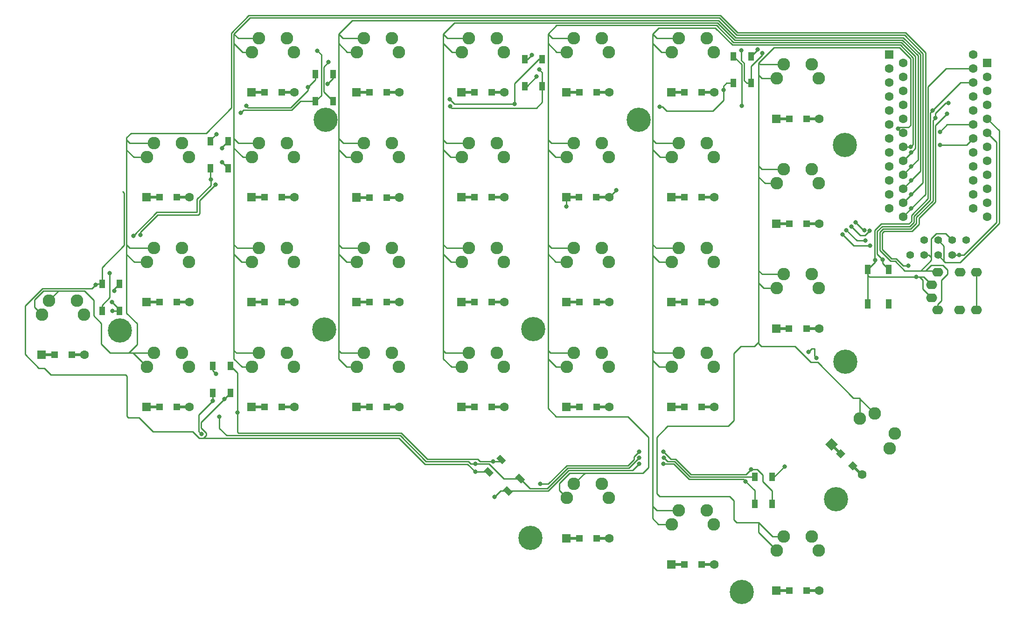
<source format=gbl>
%TF.GenerationSoftware,KiCad,Pcbnew,5.1.9*%
%TF.CreationDate,2021-04-06T00:25:38+02:00*%
%TF.ProjectId,splitkeeb - pro micros,73706c69-746b-4656-9562-202d2070726f,rev?*%
%TF.SameCoordinates,Original*%
%TF.FileFunction,Copper,L2,Bot*%
%TF.FilePolarity,Positive*%
%FSLAX46Y46*%
G04 Gerber Fmt 4.6, Leading zero omitted, Abs format (unit mm)*
G04 Created by KiCad (PCBNEW 5.1.9) date 2021-04-06 00:25:38*
%MOMM*%
%LPD*%
G01*
G04 APERTURE LIST*
%TA.AperFunction,ComponentPad*%
%ADD10R,1.600000X1.600000*%
%TD*%
%TA.AperFunction,ComponentPad*%
%ADD11C,1.600000*%
%TD*%
%TA.AperFunction,ComponentPad*%
%ADD12C,4.400000*%
%TD*%
%TA.AperFunction,SMDPad,CuDef*%
%ADD13R,2.500000X0.500000*%
%TD*%
%TA.AperFunction,SMDPad,CuDef*%
%ADD14R,1.200000X1.200000*%
%TD*%
%TA.AperFunction,ComponentPad*%
%ADD15C,2.286000*%
%TD*%
%TA.AperFunction,SMDPad,CuDef*%
%ADD16R,1.000000X1.500000*%
%TD*%
%TA.AperFunction,ComponentPad*%
%ADD17O,2.000000X1.600000*%
%TD*%
%TA.AperFunction,SMDPad,CuDef*%
%ADD18R,1.000000X1.700000*%
%TD*%
%TA.AperFunction,SMDPad,CuDef*%
%ADD19C,0.100000*%
%TD*%
%TA.AperFunction,ComponentPad*%
%ADD20C,0.100000*%
%TD*%
%TA.AperFunction,ComponentPad*%
%ADD21C,1.397000*%
%TD*%
%TA.AperFunction,ViaPad*%
%ADD22C,0.800000*%
%TD*%
%TA.AperFunction,Conductor*%
%ADD23C,0.250000*%
%TD*%
G04 APERTURE END LIST*
D10*
%TO.P,D19,1*%
%TO.N,/row2*%
X148384420Y-92726140D03*
D11*
%TO.P,D19,2*%
%TO.N,Net-(D19-Pad2)*%
X156184420Y-92726140D03*
%TD*%
D12*
%TO.P,REF\u002A\u002A,1*%
%TO.N,N/C*%
X67334420Y-97888640D03*
%TD*%
D13*
%TO.P,D28,2*%
%TO.N,Net-(D28-Pad2)*%
X193094420Y-78438640D03*
%TO.P,D28,1*%
%TO.N,/row1*%
X187694420Y-78438640D03*
D11*
%TO.P,D28,2*%
%TO.N,Net-(D28-Pad2)*%
X194294420Y-78438640D03*
D10*
%TO.P,D28,1*%
%TO.N,/row1*%
X186494420Y-78438640D03*
D14*
X188819420Y-78438640D03*
%TO.P,D28,2*%
%TO.N,Net-(D28-Pad2)*%
X191969420Y-78438640D03*
%TD*%
%TO.P,D6,2*%
%TO.N,Net-(D6-Pad2)*%
X96719420Y-73681140D03*
%TO.P,D6,1*%
%TO.N,/row1*%
X93569420Y-73681140D03*
D10*
X91244420Y-73681140D03*
D11*
%TO.P,D6,2*%
%TO.N,Net-(D6-Pad2)*%
X99044420Y-73681140D03*
D13*
%TO.P,D6,1*%
%TO.N,/row1*%
X92444420Y-73681140D03*
%TO.P,D6,2*%
%TO.N,Net-(D6-Pad2)*%
X97844420Y-73681140D03*
%TD*%
D12*
%TO.P,REF\u002A\u002A,1*%
%TO.N,N/C*%
X197344420Y-128488640D03*
%TD*%
%TO.P,REF\u002A\u002A,1*%
%TO.N,N/C*%
X180194420Y-145388640D03*
%TD*%
%TO.P,REF\u002A\u002A,1*%
%TO.N,N/C*%
X141844420Y-135568640D03*
%TD*%
%TO.P,REF\u002A\u002A,1*%
%TO.N,N/C*%
X142364420Y-97608640D03*
%TD*%
D14*
%TO.P,D29,2*%
%TO.N,Net-(D29-Pad2)*%
X191949420Y-97488640D03*
%TO.P,D29,1*%
%TO.N,/row2*%
X188799420Y-97488640D03*
D10*
X186474420Y-97488640D03*
D11*
%TO.P,D29,2*%
%TO.N,Net-(D29-Pad2)*%
X194274420Y-97488640D03*
D13*
%TO.P,D29,1*%
%TO.N,/row2*%
X187674420Y-97488640D03*
%TO.P,D29,2*%
%TO.N,Net-(D29-Pad2)*%
X193074420Y-97488640D03*
%TD*%
D15*
%TO.P,K26,1*%
%TO.N,/col5*%
X167524420Y-133048640D03*
%TO.P,K26,2*%
%TO.N,Net-(D26-Pad2)*%
X173874420Y-130508640D03*
%TO.P,K26,1*%
%TO.N,/col5*%
X168794420Y-130508640D03*
%TO.P,K26,2*%
%TO.N,Net-(D26-Pad2)*%
X175144420Y-133048640D03*
%TD*%
D13*
%TO.P,D1,2*%
%TO.N,Net-(D1-Pad2)*%
X78784420Y-73681140D03*
%TO.P,D1,1*%
%TO.N,/row1*%
X73384420Y-73681140D03*
D11*
%TO.P,D1,2*%
%TO.N,Net-(D1-Pad2)*%
X79984420Y-73681140D03*
D10*
%TO.P,D1,1*%
%TO.N,/row1*%
X72184420Y-73681140D03*
D14*
X74509420Y-73681140D03*
%TO.P,D1,2*%
%TO.N,Net-(D1-Pad2)*%
X77659420Y-73681140D03*
%TD*%
D13*
%TO.P,D9,2*%
%TO.N,Net-(D9-Pad2)*%
X116884420Y-54621140D03*
%TO.P,D9,1*%
%TO.N,/row0*%
X111484420Y-54621140D03*
D11*
%TO.P,D9,2*%
%TO.N,Net-(D9-Pad2)*%
X118084420Y-54621140D03*
D10*
%TO.P,D9,1*%
%TO.N,/row0*%
X110284420Y-54621140D03*
D14*
X112609420Y-54621140D03*
%TO.P,D9,2*%
%TO.N,Net-(D9-Pad2)*%
X115759420Y-54621140D03*
%TD*%
D13*
%TO.P,D24,2*%
%TO.N,Net-(D24-Pad2)*%
X174034420Y-92731140D03*
%TO.P,D24,1*%
%TO.N,/row2*%
X168634420Y-92731140D03*
D11*
%TO.P,D24,2*%
%TO.N,Net-(D24-Pad2)*%
X175234420Y-92731140D03*
D10*
%TO.P,D24,1*%
%TO.N,/row2*%
X167434420Y-92731140D03*
D14*
X169759420Y-92731140D03*
%TO.P,D24,2*%
%TO.N,Net-(D24-Pad2)*%
X172909420Y-92731140D03*
%TD*%
%TO.P,D15,2*%
%TO.N,Net-(D15-Pad2)*%
X134809420Y-92718640D03*
%TO.P,D15,1*%
%TO.N,/row2*%
X131659420Y-92718640D03*
D10*
X129334420Y-92718640D03*
D11*
%TO.P,D15,2*%
%TO.N,Net-(D15-Pad2)*%
X137134420Y-92718640D03*
D13*
%TO.P,D15,1*%
%TO.N,/row2*%
X130534420Y-92718640D03*
%TO.P,D15,2*%
%TO.N,Net-(D15-Pad2)*%
X135934420Y-92718640D03*
%TD*%
D15*
%TO.P,K1,2*%
%TO.N,Net-(D1-Pad2)*%
X79894420Y-66373640D03*
%TO.P,K1,1*%
%TO.N,/col0*%
X73544420Y-63833640D03*
%TO.P,K1,2*%
%TO.N,Net-(D1-Pad2)*%
X78624420Y-63833640D03*
%TO.P,K1,1*%
%TO.N,/col0*%
X72274420Y-66373640D03*
%TD*%
D13*
%TO.P,D13,2*%
%TO.N,Net-(D13-Pad2)*%
X135934420Y-54621140D03*
%TO.P,D13,1*%
%TO.N,/row0*%
X130534420Y-54621140D03*
D11*
%TO.P,D13,2*%
%TO.N,Net-(D13-Pad2)*%
X137134420Y-54621140D03*
D10*
%TO.P,D13,1*%
%TO.N,/row0*%
X129334420Y-54621140D03*
D14*
X131659420Y-54621140D03*
%TO.P,D13,2*%
%TO.N,Net-(D13-Pad2)*%
X134809420Y-54621140D03*
%TD*%
D13*
%TO.P,D19,2*%
%TO.N,Net-(D19-Pad2)*%
X154984420Y-92711140D03*
%TO.P,D19,1*%
%TO.N,/row2*%
X149584420Y-92711140D03*
D11*
%TO.P,D19,2*%
%TO.N,Net-(D19-Pad2)*%
X156184420Y-92711140D03*
D10*
%TO.P,D19,1*%
%TO.N,/row2*%
X148384420Y-92711140D03*
D14*
X150709420Y-92711140D03*
%TO.P,D19,2*%
%TO.N,Net-(D19-Pad2)*%
X153859420Y-92711140D03*
%TD*%
D13*
%TO.P,D7,2*%
%TO.N,Net-(D7-Pad2)*%
X97844420Y-92711140D03*
%TO.P,D7,1*%
%TO.N,/row2*%
X92444420Y-92711140D03*
D11*
%TO.P,D7,2*%
%TO.N,Net-(D7-Pad2)*%
X99044420Y-92711140D03*
D10*
%TO.P,D7,1*%
%TO.N,/row2*%
X91244420Y-92711140D03*
D14*
X93569420Y-92711140D03*
%TO.P,D7,2*%
%TO.N,Net-(D7-Pad2)*%
X96719420Y-92711140D03*
%TD*%
%TO.P,D2,2*%
%TO.N,Net-(D2-Pad2)*%
X77659420Y-92721140D03*
%TO.P,D2,1*%
%TO.N,/row2*%
X74509420Y-92721140D03*
D10*
X72184420Y-92721140D03*
D11*
%TO.P,D2,2*%
%TO.N,Net-(D2-Pad2)*%
X79984420Y-92721140D03*
D13*
%TO.P,D2,1*%
%TO.N,/row2*%
X73384420Y-92721140D03*
%TO.P,D2,2*%
%TO.N,Net-(D2-Pad2)*%
X78784420Y-92721140D03*
%TD*%
D16*
%TO.P,D39,3*%
%TO.N,/GND*%
X102824420Y-51308640D03*
%TO.P,D39,4*%
%TO.N,Net-(D37-Pad2)*%
X106024420Y-51308640D03*
%TO.P,D39,2*%
%TO.N,Net-(D39-Pad2)*%
X102824420Y-56208640D03*
%TO.P,D39,1*%
%TO.N,/+5V*%
X106024420Y-56208640D03*
%TD*%
D15*
%TO.P,K2,2*%
%TO.N,Net-(D2-Pad2)*%
X79894420Y-85423640D03*
%TO.P,K2,1*%
%TO.N,/col0*%
X73544420Y-82883640D03*
%TO.P,K2,2*%
%TO.N,Net-(D2-Pad2)*%
X78624420Y-82883640D03*
%TO.P,K2,1*%
%TO.N,/col0*%
X72274420Y-85423640D03*
%TD*%
D14*
%TO.P,D10,2*%
%TO.N,Net-(D10-Pad2)*%
X115759420Y-73691140D03*
%TO.P,D10,1*%
%TO.N,/row1*%
X112609420Y-73691140D03*
D10*
X110284420Y-73691140D03*
D11*
%TO.P,D10,2*%
%TO.N,Net-(D10-Pad2)*%
X118084420Y-73691140D03*
D13*
%TO.P,D10,1*%
%TO.N,/row1*%
X111484420Y-73691140D03*
%TO.P,D10,2*%
%TO.N,Net-(D10-Pad2)*%
X116884420Y-73691140D03*
%TD*%
D14*
%TO.P,D14,2*%
%TO.N,Net-(D14-Pad2)*%
X134809420Y-73681140D03*
%TO.P,D14,1*%
%TO.N,/row1*%
X131659420Y-73681140D03*
D10*
X129334420Y-73681140D03*
D11*
%TO.P,D14,2*%
%TO.N,Net-(D14-Pad2)*%
X137134420Y-73681140D03*
D13*
%TO.P,D14,1*%
%TO.N,/row1*%
X130534420Y-73681140D03*
%TO.P,D14,2*%
%TO.N,Net-(D14-Pad2)*%
X135934420Y-73681140D03*
%TD*%
D15*
%TO.P,K3,1*%
%TO.N,/col0*%
X72274420Y-104473640D03*
%TO.P,K3,2*%
%TO.N,Net-(D3-Pad2)*%
X78624420Y-101933640D03*
%TO.P,K3,1*%
%TO.N,/col0*%
X73544420Y-101933640D03*
%TO.P,K3,2*%
%TO.N,Net-(D3-Pad2)*%
X79894420Y-104473640D03*
%TD*%
%TO.P,K11,2*%
%TO.N,Net-(D11-Pad2)*%
X117994420Y-85423640D03*
%TO.P,K11,1*%
%TO.N,/col2*%
X111644420Y-82883640D03*
%TO.P,K11,2*%
%TO.N,Net-(D11-Pad2)*%
X116724420Y-82883640D03*
%TO.P,K11,1*%
%TO.N,/col2*%
X110374420Y-85423640D03*
%TD*%
D10*
%TO.P,U1,1*%
%TO.N,Net-(U1-Pad1)*%
X206934420Y-47768640D03*
D11*
%TO.P,U1,2*%
%TO.N,/TRRS1*%
X206934420Y-50308640D03*
%TO.P,U1,3*%
%TO.N,/GND*%
X206934420Y-52848640D03*
%TO.P,U1,4*%
X206934420Y-55388640D03*
%TO.P,U1,5*%
%TO.N,/SCL-OLED*%
X206934420Y-57928640D03*
%TO.P,U1,6*%
%TO.N,/SDA-OLED*%
X206934420Y-60468640D03*
%TO.P,U1,7*%
%TO.N,/row0*%
X206934420Y-63008640D03*
%TO.P,U1,8*%
%TO.N,/row1*%
X206934420Y-65548640D03*
%TO.P,U1,9*%
%TO.N,/row2*%
X206934420Y-68088640D03*
%TO.P,U1,10*%
%TO.N,/row3*%
X206934420Y-70628640D03*
%TO.P,U1,11*%
%TO.N,/row4*%
X206934420Y-73168640D03*
%TO.P,U1,12*%
%TO.N,Net-(U1-Pad12)*%
X206934420Y-75708640D03*
%TO.P,U1,13*%
%TO.N,/col0*%
X222174420Y-75708640D03*
%TO.P,U1,14*%
%TO.N,/col1*%
X222174420Y-73168640D03*
%TO.P,U1,15*%
%TO.N,/col2*%
X222174420Y-70628640D03*
%TO.P,U1,16*%
%TO.N,/col3*%
X222174420Y-68088640D03*
%TO.P,U1,17*%
%TO.N,/col4*%
X222174420Y-65548640D03*
%TO.P,U1,18*%
%TO.N,/col5*%
X222174420Y-63008640D03*
%TO.P,U1,19*%
%TO.N,/col6*%
X222174420Y-60468640D03*
%TO.P,U1,20*%
%TO.N,/ledin*%
X222174420Y-57928640D03*
%TO.P,U1,21*%
%TO.N,/+5V*%
X222174420Y-55388640D03*
%TO.P,U1,22*%
%TO.N,/RST*%
X222174420Y-52848640D03*
%TO.P,U1,23*%
%TO.N,/GND*%
X222174420Y-50308640D03*
%TO.P,U1,24*%
%TO.N,Net-(U1-Pad24)*%
X222174420Y-47768640D03*
%TD*%
D13*
%TO.P,D22,2*%
%TO.N,Net-(D22-Pad2)*%
X174034420Y-54621140D03*
%TO.P,D22,1*%
%TO.N,/row0*%
X168634420Y-54621140D03*
D11*
%TO.P,D22,2*%
%TO.N,Net-(D22-Pad2)*%
X175234420Y-54621140D03*
D10*
%TO.P,D22,1*%
%TO.N,/row0*%
X167434420Y-54621140D03*
D14*
X169759420Y-54621140D03*
%TO.P,D22,2*%
%TO.N,Net-(D22-Pad2)*%
X172909420Y-54621140D03*
%TD*%
%TO.P,D15,2*%
%TO.N,Net-(D15-Pad2)*%
X115759420Y-92728640D03*
%TO.P,D15,1*%
%TO.N,/row2*%
X112609420Y-92728640D03*
D10*
X110284420Y-92728640D03*
D11*
%TO.P,D15,2*%
%TO.N,Net-(D15-Pad2)*%
X118084420Y-92728640D03*
D13*
%TO.P,D15,1*%
%TO.N,/row2*%
X111484420Y-92728640D03*
%TO.P,D15,2*%
%TO.N,Net-(D15-Pad2)*%
X116884420Y-92728640D03*
%TD*%
D14*
%TO.P,D23,2*%
%TO.N,Net-(D23-Pad2)*%
X172909420Y-73681140D03*
%TO.P,D23,1*%
%TO.N,/row1*%
X169759420Y-73681140D03*
D10*
X167434420Y-73681140D03*
D11*
%TO.P,D23,2*%
%TO.N,Net-(D23-Pad2)*%
X175234420Y-73681140D03*
D13*
%TO.P,D23,1*%
%TO.N,/row1*%
X168634420Y-73681140D03*
%TO.P,D23,2*%
%TO.N,Net-(D23-Pad2)*%
X174034420Y-73681140D03*
%TD*%
D14*
%TO.P,D21,2*%
%TO.N,Net-(D21-Pad2)*%
X153859420Y-135588640D03*
%TO.P,D21,1*%
%TO.N,/row4*%
X150709420Y-135588640D03*
D10*
X148384420Y-135588640D03*
D11*
%TO.P,D21,2*%
%TO.N,Net-(D21-Pad2)*%
X156184420Y-135588640D03*
D13*
%TO.P,D21,1*%
%TO.N,/row4*%
X149584420Y-135588640D03*
%TO.P,D21,2*%
%TO.N,Net-(D21-Pad2)*%
X154984420Y-135588640D03*
%TD*%
D14*
%TO.P,D3,2*%
%TO.N,Net-(D3-Pad2)*%
X77659420Y-111778640D03*
%TO.P,D3,1*%
%TO.N,/row3*%
X74509420Y-111778640D03*
D10*
X72184420Y-111778640D03*
D11*
%TO.P,D3,2*%
%TO.N,Net-(D3-Pad2)*%
X79984420Y-111778640D03*
D13*
%TO.P,D3,1*%
%TO.N,/row3*%
X73384420Y-111778640D03*
%TO.P,D3,2*%
%TO.N,Net-(D3-Pad2)*%
X78784420Y-111778640D03*
%TD*%
%TO.P,D8,2*%
%TO.N,Net-(D8-Pad2)*%
X97844420Y-111778640D03*
%TO.P,D8,1*%
%TO.N,/row3*%
X92444420Y-111778640D03*
D11*
%TO.P,D8,2*%
%TO.N,Net-(D8-Pad2)*%
X99044420Y-111778640D03*
D10*
%TO.P,D8,1*%
%TO.N,/row3*%
X91244420Y-111778640D03*
D14*
X93569420Y-111778640D03*
%TO.P,D8,2*%
%TO.N,Net-(D8-Pad2)*%
X96719420Y-111778640D03*
%TD*%
%TO.P,D5,2*%
%TO.N,Net-(D5-Pad2)*%
X96709420Y-54631140D03*
%TO.P,D5,1*%
%TO.N,/row0*%
X93559420Y-54631140D03*
D10*
X91234420Y-54631140D03*
D11*
%TO.P,D5,2*%
%TO.N,Net-(D5-Pad2)*%
X99034420Y-54631140D03*
D13*
%TO.P,D5,1*%
%TO.N,/row0*%
X92434420Y-54631140D03*
%TO.P,D5,2*%
%TO.N,Net-(D5-Pad2)*%
X97834420Y-54631140D03*
%TD*%
D12*
%TO.P,REF\u002A\u002A,1*%
%TO.N,N/C*%
X198914420Y-64158640D03*
%TD*%
D17*
%TO.P,U2,3*%
%TO.N,/TRRS1*%
X219804420Y-87298640D03*
%TO.P,U2,4*%
%TO.N,Net-(U2-Pad4)*%
X222804420Y-87298640D03*
%TO.P,U2,2*%
%TO.N,/+5V*%
X215804420Y-87298640D03*
%TO.P,U2,1*%
%TO.N,/GND*%
X214704420Y-91898640D03*
%TD*%
D18*
%TO.P,SW1,2*%
%TO.N,/GND*%
X203114420Y-86768640D03*
X203114420Y-93068640D03*
%TO.P,SW1,1*%
%TO.N,/RST*%
X206914420Y-86768640D03*
X206914420Y-93068640D03*
%TD*%
D11*
%TO.P,U1,24*%
%TO.N,Net-(U1-Pad24)*%
X209494420Y-49228640D03*
%TO.P,U1,23*%
%TO.N,/GND*%
X209494420Y-51768640D03*
%TO.P,U1,22*%
%TO.N,/RST*%
X209494420Y-54308640D03*
%TO.P,U1,21*%
%TO.N,/+5V*%
X209494420Y-56848640D03*
%TO.P,U1,20*%
%TO.N,/ledin*%
X209494420Y-59388640D03*
%TO.P,U1,19*%
%TO.N,/col6*%
X209494420Y-61928640D03*
%TO.P,U1,18*%
%TO.N,/col5*%
X209494420Y-64468640D03*
%TO.P,U1,17*%
%TO.N,/col4*%
X209494420Y-67008640D03*
%TO.P,U1,16*%
%TO.N,/col3*%
X209494420Y-69548640D03*
%TO.P,U1,15*%
%TO.N,/col2*%
X209494420Y-72088640D03*
%TO.P,U1,14*%
%TO.N,/col1*%
X209494420Y-74628640D03*
%TO.P,U1,13*%
%TO.N,/col0*%
X209494420Y-77168640D03*
%TO.P,U1,12*%
%TO.N,Net-(U1-Pad12)*%
X224734420Y-77168640D03*
%TO.P,U1,11*%
%TO.N,/row4*%
X224734420Y-74628640D03*
%TO.P,U1,10*%
%TO.N,/row3*%
X224734420Y-72088640D03*
%TO.P,U1,9*%
%TO.N,/row2*%
X224734420Y-69548640D03*
%TO.P,U1,8*%
%TO.N,/row1*%
X224734420Y-67008640D03*
%TO.P,U1,7*%
%TO.N,/row0*%
X224734420Y-64468640D03*
%TO.P,U1,6*%
%TO.N,/SDA-OLED*%
X224734420Y-61928640D03*
%TO.P,U1,5*%
%TO.N,/SCL-OLED*%
X224734420Y-59388640D03*
%TO.P,U1,4*%
%TO.N,/GND*%
X224734420Y-56848640D03*
%TO.P,U1,3*%
X224734420Y-54308640D03*
%TO.P,U1,2*%
%TO.N,/TRRS1*%
X224734420Y-51768640D03*
D10*
%TO.P,U1,1*%
%TO.N,Net-(U1-Pad1)*%
X224734420Y-49228640D03*
%TD*%
D14*
%TO.P,D18,2*%
%TO.N,Net-(D18-Pad2)*%
X153834420Y-73648640D03*
%TO.P,D18,1*%
%TO.N,/row1*%
X150684420Y-73648640D03*
D10*
X148359420Y-73648640D03*
D11*
%TO.P,D18,2*%
%TO.N,Net-(D18-Pad2)*%
X156159420Y-73648640D03*
D13*
%TO.P,D18,1*%
%TO.N,/row1*%
X149559420Y-73648640D03*
%TO.P,D18,2*%
%TO.N,Net-(D18-Pad2)*%
X154959420Y-73648640D03*
%TD*%
D10*
%TO.P,D20,1*%
%TO.N,/row3*%
X148384420Y-111776140D03*
D11*
%TO.P,D20,2*%
%TO.N,Net-(D20-Pad2)*%
X156184420Y-111776140D03*
%TD*%
%TO.P,D21,2*%
%TO.N,Net-(D21-Pad2)*%
X156184420Y-135588640D03*
D10*
%TO.P,D21,1*%
%TO.N,/row4*%
X148384420Y-135588640D03*
%TD*%
%TO.P,D22,1*%
%TO.N,/row0*%
X167434420Y-54626140D03*
D11*
%TO.P,D22,2*%
%TO.N,Net-(D22-Pad2)*%
X175234420Y-54626140D03*
%TD*%
%TO.P,D23,2*%
%TO.N,Net-(D23-Pad2)*%
X175234420Y-73676140D03*
D10*
%TO.P,D23,1*%
%TO.N,/row1*%
X167434420Y-73676140D03*
%TD*%
%TO.P,D24,1*%
%TO.N,/row2*%
X167434420Y-92726140D03*
D11*
%TO.P,D24,2*%
%TO.N,Net-(D24-Pad2)*%
X175234420Y-92726140D03*
%TD*%
%TO.P,D25,2*%
%TO.N,Net-(D25-Pad2)*%
X175234420Y-111776140D03*
D10*
%TO.P,D25,1*%
%TO.N,/row3*%
X167434420Y-111776140D03*
%TD*%
%TO.P,D26,1*%
%TO.N,/row4*%
X167434420Y-140351140D03*
D11*
%TO.P,D26,2*%
%TO.N,Net-(D26-Pad2)*%
X175234420Y-140351140D03*
%TD*%
%TO.P,D27,2*%
%TO.N,Net-(D27-Pad2)*%
X194284420Y-59388640D03*
D10*
%TO.P,D27,1*%
%TO.N,/row0*%
X186484420Y-59388640D03*
%TD*%
%TO.P,D28,1*%
%TO.N,/row1*%
X186484420Y-78438640D03*
D11*
%TO.P,D28,2*%
%TO.N,Net-(D28-Pad2)*%
X194284420Y-78438640D03*
%TD*%
%TO.P,D29,2*%
%TO.N,Net-(D29-Pad2)*%
X194284420Y-97488640D03*
D10*
%TO.P,D29,1*%
%TO.N,/row2*%
X186484420Y-97488640D03*
%TD*%
%TO.P,D31,1*%
%TO.N,/row4*%
X186484420Y-145113640D03*
D11*
%TO.P,D31,2*%
%TO.N,Net-(D31-Pad2)*%
X194284420Y-145113640D03*
%TD*%
D16*
%TO.P,D35,3*%
%TO.N,/GND*%
X178714420Y-48038640D03*
%TO.P,D35,4*%
%TO.N,/ledin*%
X181914420Y-48038640D03*
%TO.P,D35,2*%
%TO.N,Net-(D35-Pad2)*%
X178714420Y-52938640D03*
%TO.P,D35,1*%
%TO.N,/+5V*%
X181914420Y-52938640D03*
%TD*%
%TO.P,D37,1*%
%TO.N,/+5V*%
X140804420Y-48568640D03*
%TO.P,D37,2*%
%TO.N,Net-(D37-Pad2)*%
X144004420Y-48568640D03*
%TO.P,D37,4*%
%TO.N,Net-(D35-Pad2)*%
X140804420Y-53468640D03*
%TO.P,D37,3*%
%TO.N,/GND*%
X144004420Y-53468640D03*
%TD*%
%TO.P,D38,1*%
%TO.N,/+5V*%
X182554420Y-124438640D03*
%TO.P,D38,2*%
%TO.N,Net-(D38-Pad2)*%
X185754420Y-124438640D03*
%TO.P,D38,4*%
%TO.N,Net-(D38-Pad4)*%
X182554420Y-129338640D03*
%TO.P,D38,3*%
%TO.N,/GND*%
X185754420Y-129338640D03*
%TD*%
%TA.AperFunction,SMDPad,CuDef*%
D19*
%TO.P,D40,3*%
%TO.N,/GND*%
G36*
X135144521Y-123714376D02*
G01*
X134437415Y-124421482D01*
X133376755Y-123360822D01*
X134083861Y-122653716D01*
X135144521Y-123714376D01*
G37*
%TD.AperFunction*%
%TA.AperFunction,SMDPad,CuDef*%
%TO.P,D40,4*%
%TO.N,Net-(D40-Pad4)*%
G36*
X137407262Y-121451635D02*
G01*
X136700156Y-122158741D01*
X135639496Y-121098081D01*
X136346602Y-120390975D01*
X137407262Y-121451635D01*
G37*
%TD.AperFunction*%
%TA.AperFunction,SMDPad,CuDef*%
%TO.P,D40,2*%
%TO.N,Net-(D38-Pad4)*%
G36*
X138609344Y-127179199D02*
G01*
X137902238Y-127886305D01*
X136841578Y-126825645D01*
X137548684Y-126118539D01*
X138609344Y-127179199D01*
G37*
%TD.AperFunction*%
%TA.AperFunction,SMDPad,CuDef*%
%TO.P,D40,1*%
%TO.N,/+5V*%
G36*
X140872085Y-124916458D02*
G01*
X140164979Y-125623564D01*
X139104319Y-124562904D01*
X139811425Y-123855798D01*
X140872085Y-124916458D01*
G37*
%TD.AperFunction*%
%TD*%
D16*
%TO.P,D41,1*%
%TO.N,/+5V*%
X87004420Y-68388640D03*
%TO.P,D41,2*%
%TO.N,Net-(D41-Pad2)*%
X83804420Y-68388640D03*
%TO.P,D41,4*%
%TO.N,Net-(D39-Pad2)*%
X87004420Y-63488640D03*
%TO.P,D41,3*%
%TO.N,/GND*%
X83804420Y-63488640D03*
%TD*%
%TO.P,D42,1*%
%TO.N,/+5V*%
X84224420Y-104328640D03*
%TO.P,D42,2*%
%TO.N,Net-(D40-Pad4)*%
X87424420Y-104328640D03*
%TO.P,D42,4*%
%TO.N,Net-(D42-Pad4)*%
X84224420Y-109228640D03*
%TO.P,D42,3*%
%TO.N,/GND*%
X87424420Y-109228640D03*
%TD*%
%TO.P,D43,3*%
%TO.N,/GND*%
X64094420Y-89378640D03*
%TO.P,D43,4*%
%TO.N,Net-(D41-Pad2)*%
X67294420Y-89378640D03*
%TO.P,D43,2*%
%TO.N,Net-(D42-Pad4)*%
X64094420Y-94278640D03*
%TO.P,D43,1*%
%TO.N,/+5V*%
X67294420Y-94278640D03*
%TD*%
D11*
%TO.P,D5,2*%
%TO.N,Net-(D5-Pad2)*%
X99034420Y-54626140D03*
D10*
%TO.P,D5,1*%
%TO.N,/row0*%
X91234420Y-54626140D03*
%TD*%
%TA.AperFunction,ComponentPad*%
D20*
%TO.P,D30,1*%
%TO.N,/row3*%
G36*
X195385333Y-118543424D02*
G01*
X196516704Y-117412053D01*
X197648075Y-118543424D01*
X196516704Y-119674795D01*
X195385333Y-118543424D01*
G37*
%TD.AperFunction*%
D11*
%TO.P,D30,2*%
%TO.N,Net-(D30-Pad2)*%
X202032136Y-124058856D03*
%TD*%
D15*
%TO.P,K4,1*%
%TO.N,/col0*%
X53224420Y-94948640D03*
%TO.P,K4,2*%
%TO.N,Net-(D4-Pad2)*%
X59574420Y-92408640D03*
%TO.P,K4,1*%
%TO.N,/col0*%
X54494420Y-92408640D03*
%TO.P,K4,2*%
%TO.N,Net-(D4-Pad2)*%
X60844420Y-94948640D03*
%TD*%
%TO.P,K5,2*%
%TO.N,Net-(D5-Pad2)*%
X98944420Y-47323640D03*
%TO.P,K5,1*%
%TO.N,/col1*%
X92594420Y-44783640D03*
%TO.P,K5,2*%
%TO.N,Net-(D5-Pad2)*%
X97674420Y-44783640D03*
%TO.P,K5,1*%
%TO.N,/col1*%
X91324420Y-47323640D03*
%TD*%
%TO.P,K6,2*%
%TO.N,Net-(D6-Pad2)*%
X98944420Y-66373640D03*
%TO.P,K6,1*%
%TO.N,/col1*%
X92594420Y-63833640D03*
%TO.P,K6,2*%
%TO.N,Net-(D6-Pad2)*%
X97674420Y-63833640D03*
%TO.P,K6,1*%
%TO.N,/col1*%
X91324420Y-66373640D03*
%TD*%
%TO.P,K7,2*%
%TO.N,Net-(D7-Pad2)*%
X98944420Y-85423640D03*
%TO.P,K7,1*%
%TO.N,/col1*%
X92594420Y-82883640D03*
%TO.P,K7,2*%
%TO.N,Net-(D7-Pad2)*%
X97674420Y-82883640D03*
%TO.P,K7,1*%
%TO.N,/col1*%
X91324420Y-85423640D03*
%TD*%
%TO.P,K8,1*%
%TO.N,/col1*%
X91324420Y-104473640D03*
%TO.P,K8,2*%
%TO.N,Net-(D8-Pad2)*%
X97674420Y-101933640D03*
%TO.P,K8,1*%
%TO.N,/col1*%
X92594420Y-101933640D03*
%TO.P,K8,2*%
%TO.N,Net-(D8-Pad2)*%
X98944420Y-104473640D03*
%TD*%
%TO.P,K9,1*%
%TO.N,/col2*%
X110374420Y-47323640D03*
%TO.P,K9,2*%
%TO.N,Net-(D9-Pad2)*%
X116724420Y-44783640D03*
%TO.P,K9,1*%
%TO.N,/col2*%
X111644420Y-44783640D03*
%TO.P,K9,2*%
%TO.N,Net-(D9-Pad2)*%
X117994420Y-47323640D03*
%TD*%
%TO.P,K10,1*%
%TO.N,/col2*%
X110374420Y-66373640D03*
%TO.P,K10,2*%
%TO.N,Net-(D10-Pad2)*%
X116724420Y-63833640D03*
%TO.P,K10,1*%
%TO.N,/col2*%
X111644420Y-63833640D03*
%TO.P,K10,2*%
%TO.N,Net-(D10-Pad2)*%
X117994420Y-66373640D03*
%TD*%
D13*
%TO.P,D17,2*%
%TO.N,Net-(D17-Pad2)*%
X154984420Y-54621140D03*
%TO.P,D17,1*%
%TO.N,/row0*%
X149584420Y-54621140D03*
D11*
%TO.P,D17,2*%
%TO.N,Net-(D17-Pad2)*%
X156184420Y-54621140D03*
D10*
%TO.P,D17,1*%
%TO.N,/row0*%
X148384420Y-54621140D03*
D14*
X150709420Y-54621140D03*
%TO.P,D17,2*%
%TO.N,Net-(D17-Pad2)*%
X153859420Y-54621140D03*
%TD*%
D15*
%TO.P,K22,2*%
%TO.N,Net-(D22-Pad2)*%
X175144420Y-47323640D03*
%TO.P,K22,1*%
%TO.N,/col5*%
X168794420Y-44783640D03*
%TO.P,K22,2*%
%TO.N,Net-(D22-Pad2)*%
X173874420Y-44783640D03*
%TO.P,K22,1*%
%TO.N,/col5*%
X167524420Y-47323640D03*
%TD*%
D21*
%TO.P,Brd1,4*%
%TO.N,/SDA-OLED*%
X213304420Y-81458640D03*
%TO.P,Brd1,3*%
%TO.N,/SCL-OLED*%
X215844420Y-81458640D03*
%TO.P,Brd1,2*%
%TO.N,/+5V*%
X218384420Y-81458640D03*
%TO.P,Brd1,1*%
%TO.N,/GND*%
X220924420Y-81458640D03*
%TD*%
D14*
%TO.P,D27,2*%
%TO.N,Net-(D27-Pad2)*%
X191969420Y-59378640D03*
%TO.P,D27,1*%
%TO.N,/row0*%
X188819420Y-59378640D03*
D10*
X186494420Y-59378640D03*
D11*
%TO.P,D27,2*%
%TO.N,Net-(D27-Pad2)*%
X194294420Y-59378640D03*
D13*
%TO.P,D27,1*%
%TO.N,/row0*%
X187694420Y-59378640D03*
%TO.P,D27,2*%
%TO.N,Net-(D27-Pad2)*%
X193094420Y-59378640D03*
%TD*%
%TO.P,D20,2*%
%TO.N,Net-(D20-Pad2)*%
X154984420Y-111781140D03*
%TO.P,D20,1*%
%TO.N,/row3*%
X149584420Y-111781140D03*
D11*
%TO.P,D20,2*%
%TO.N,Net-(D20-Pad2)*%
X156184420Y-111781140D03*
D10*
%TO.P,D20,1*%
%TO.N,/row3*%
X148384420Y-111781140D03*
D14*
X150709420Y-111781140D03*
%TO.P,D20,2*%
%TO.N,Net-(D20-Pad2)*%
X153859420Y-111781140D03*
%TD*%
%TO.P,D25,2*%
%TO.N,Net-(D25-Pad2)*%
X172909420Y-111778640D03*
%TO.P,D25,1*%
%TO.N,/row3*%
X169759420Y-111778640D03*
D10*
X167434420Y-111778640D03*
D11*
%TO.P,D25,2*%
%TO.N,Net-(D25-Pad2)*%
X175234420Y-111778640D03*
D13*
%TO.P,D25,1*%
%TO.N,/row3*%
X168634420Y-111778640D03*
%TO.P,D25,2*%
%TO.N,Net-(D25-Pad2)*%
X174034420Y-111778640D03*
%TD*%
D12*
%TO.P,REF\u002A\u002A,1*%
%TO.N,N/C*%
X199024420Y-103558640D03*
%TD*%
D13*
%TO.P,D16,2*%
%TO.N,Net-(D16-Pad2)*%
X135934420Y-111781140D03*
%TO.P,D16,1*%
%TO.N,/row3*%
X130534420Y-111781140D03*
D11*
%TO.P,D16,2*%
%TO.N,Net-(D16-Pad2)*%
X137134420Y-111781140D03*
D10*
%TO.P,D16,1*%
%TO.N,/row3*%
X129334420Y-111781140D03*
D14*
X131659420Y-111781140D03*
%TO.P,D16,2*%
%TO.N,Net-(D16-Pad2)*%
X134809420Y-111781140D03*
%TD*%
%TO.P,D4,2*%
%TO.N,Net-(D4-Pad2)*%
X58609420Y-102248640D03*
%TO.P,D4,1*%
%TO.N,/row4*%
X55459420Y-102248640D03*
D10*
X53134420Y-102248640D03*
D11*
%TO.P,D4,2*%
%TO.N,Net-(D4-Pad2)*%
X60934420Y-102248640D03*
D13*
%TO.P,D4,1*%
%TO.N,/row4*%
X54334420Y-102248640D03*
%TO.P,D4,2*%
%TO.N,Net-(D4-Pad2)*%
X59734420Y-102248640D03*
%TD*%
%TO.P,D12,2*%
%TO.N,Net-(D12-Pad2)*%
X116884420Y-111778640D03*
%TO.P,D12,1*%
%TO.N,/row3*%
X111484420Y-111778640D03*
D11*
%TO.P,D12,2*%
%TO.N,Net-(D12-Pad2)*%
X118084420Y-111778640D03*
D10*
%TO.P,D12,1*%
%TO.N,/row3*%
X110284420Y-111778640D03*
D14*
X112609420Y-111778640D03*
%TO.P,D12,2*%
%TO.N,Net-(D12-Pad2)*%
X115759420Y-111778640D03*
%TD*%
D13*
%TO.P,D31,2*%
%TO.N,Net-(D31-Pad2)*%
X193084420Y-145113640D03*
%TO.P,D31,1*%
%TO.N,/row4*%
X187684420Y-145113640D03*
D11*
%TO.P,D31,2*%
%TO.N,Net-(D31-Pad2)*%
X194284420Y-145113640D03*
D10*
%TO.P,D31,1*%
%TO.N,/row4*%
X186484420Y-145113640D03*
D14*
X188809420Y-145113640D03*
%TO.P,D31,2*%
%TO.N,Net-(D31-Pad2)*%
X191959420Y-145113640D03*
%TD*%
D12*
%TO.P,REF\u002A\u002A,1*%
%TO.N,N/C*%
X104724420Y-59608640D03*
%TD*%
%TA.AperFunction,SMDPad,CuDef*%
D19*
%TO.P,D30,2*%
%TO.N,Net-(D30-Pad2)*%
G36*
X200115448Y-122500721D02*
G01*
X200469001Y-122147168D01*
X202236768Y-123914935D01*
X201883215Y-124268488D01*
X200115448Y-122500721D01*
G37*
%TD.AperFunction*%
%TA.AperFunction,SMDPad,CuDef*%
%TO.P,D30,1*%
%TO.N,/row3*%
G36*
X196297072Y-118682345D02*
G01*
X196650625Y-118328792D01*
X198418392Y-120096559D01*
X198064839Y-120450112D01*
X196297072Y-118682345D01*
G37*
%TD.AperFunction*%
D11*
%TO.P,D30,2*%
%TO.N,Net-(D30-Pad2)*%
X202024636Y-124056356D03*
%TA.AperFunction,ComponentPad*%
D20*
%TO.P,D30,1*%
%TO.N,/row3*%
G36*
X195377833Y-118540924D02*
G01*
X196509204Y-117409553D01*
X197640575Y-118540924D01*
X196509204Y-119672295D01*
X195377833Y-118540924D01*
G37*
%TD.AperFunction*%
%TA.AperFunction,SMDPad,CuDef*%
D19*
G36*
X197304699Y-120184947D02*
G01*
X198153227Y-119336419D01*
X199001755Y-120184947D01*
X198153227Y-121033475D01*
X197304699Y-120184947D01*
G37*
%TD.AperFunction*%
%TA.AperFunction,SMDPad,CuDef*%
%TO.P,D30,2*%
%TO.N,Net-(D30-Pad2)*%
G36*
X199532085Y-122412333D02*
G01*
X200380613Y-121563805D01*
X201229141Y-122412333D01*
X200380613Y-123260861D01*
X199532085Y-122412333D01*
G37*
%TD.AperFunction*%
%TD*%
D12*
%TO.P,REF\u002A\u002A,1*%
%TO.N,N/C*%
X161464420Y-59588640D03*
%TD*%
D13*
%TO.P,D26,2*%
%TO.N,Net-(D26-Pad2)*%
X174034420Y-140346140D03*
%TO.P,D26,1*%
%TO.N,/row4*%
X168634420Y-140346140D03*
D11*
%TO.P,D26,2*%
%TO.N,Net-(D26-Pad2)*%
X175234420Y-140346140D03*
D10*
%TO.P,D26,1*%
%TO.N,/row4*%
X167434420Y-140346140D03*
D14*
X169759420Y-140346140D03*
%TO.P,D26,2*%
%TO.N,Net-(D26-Pad2)*%
X172909420Y-140346140D03*
%TD*%
D12*
%TO.P,REF\u002A\u002A,1*%
%TO.N,N/C*%
X104414420Y-97728640D03*
%TD*%
D10*
%TO.P,D1,1*%
%TO.N,/row1*%
X72184420Y-73676140D03*
D11*
%TO.P,D1,2*%
%TO.N,Net-(D1-Pad2)*%
X79984420Y-73676140D03*
%TD*%
%TO.P,D2,2*%
%TO.N,Net-(D2-Pad2)*%
X79984420Y-92726140D03*
D10*
%TO.P,D2,1*%
%TO.N,/row2*%
X72184420Y-92726140D03*
%TD*%
D11*
%TO.P,D3,2*%
%TO.N,Net-(D3-Pad2)*%
X79984420Y-111776140D03*
D10*
%TO.P,D3,1*%
%TO.N,/row3*%
X72184420Y-111776140D03*
%TD*%
D11*
%TO.P,D4,2*%
%TO.N,Net-(D4-Pad2)*%
X60934420Y-102251140D03*
D10*
%TO.P,D4,1*%
%TO.N,/row4*%
X53134420Y-102251140D03*
%TD*%
D11*
%TO.P,D6,2*%
%TO.N,Net-(D6-Pad2)*%
X99034420Y-73676140D03*
D10*
%TO.P,D6,1*%
%TO.N,/row1*%
X91234420Y-73676140D03*
%TD*%
%TO.P,D7,1*%
%TO.N,/row2*%
X91234420Y-92726140D03*
D11*
%TO.P,D7,2*%
%TO.N,Net-(D7-Pad2)*%
X99034420Y-92726140D03*
%TD*%
D10*
%TO.P,D8,1*%
%TO.N,/row3*%
X91234420Y-111776140D03*
D11*
%TO.P,D8,2*%
%TO.N,Net-(D8-Pad2)*%
X99034420Y-111776140D03*
%TD*%
D10*
%TO.P,D9,1*%
%TO.N,/row0*%
X110284420Y-54626140D03*
D11*
%TO.P,D9,2*%
%TO.N,Net-(D9-Pad2)*%
X118084420Y-54626140D03*
%TD*%
%TO.P,D10,2*%
%TO.N,Net-(D10-Pad2)*%
X118084420Y-73676140D03*
D10*
%TO.P,D10,1*%
%TO.N,/row1*%
X110284420Y-73676140D03*
%TD*%
D11*
%TO.P,D11,2*%
%TO.N,Net-(D11-Pad2)*%
X118084420Y-92726140D03*
D10*
%TO.P,D11,1*%
%TO.N,/row2*%
X110284420Y-92726140D03*
%TD*%
%TO.P,D12,1*%
%TO.N,/row3*%
X110284420Y-111776140D03*
D11*
%TO.P,D12,2*%
%TO.N,Net-(D12-Pad2)*%
X118084420Y-111776140D03*
%TD*%
D10*
%TO.P,D13,1*%
%TO.N,/row0*%
X129334420Y-54626140D03*
D11*
%TO.P,D13,2*%
%TO.N,Net-(D13-Pad2)*%
X137134420Y-54626140D03*
%TD*%
%TO.P,D14,2*%
%TO.N,Net-(D14-Pad2)*%
X137134420Y-73676140D03*
D10*
%TO.P,D14,1*%
%TO.N,/row1*%
X129334420Y-73676140D03*
%TD*%
D11*
%TO.P,D15,2*%
%TO.N,Net-(D15-Pad2)*%
X137134420Y-92726140D03*
D10*
%TO.P,D15,1*%
%TO.N,/row2*%
X129334420Y-92726140D03*
%TD*%
%TO.P,D16,1*%
%TO.N,/row3*%
X129334420Y-111776140D03*
D11*
%TO.P,D16,2*%
%TO.N,Net-(D16-Pad2)*%
X137134420Y-111776140D03*
%TD*%
D10*
%TO.P,D17,1*%
%TO.N,/row0*%
X148384420Y-54626140D03*
D11*
%TO.P,D17,2*%
%TO.N,Net-(D17-Pad2)*%
X156184420Y-54626140D03*
%TD*%
%TO.P,D18,2*%
%TO.N,Net-(D18-Pad2)*%
X156184420Y-73676140D03*
D10*
%TO.P,D18,1*%
%TO.N,/row1*%
X148384420Y-73676140D03*
%TD*%
D15*
%TO.P,K12,2*%
%TO.N,Net-(D12-Pad2)*%
X117994420Y-104473640D03*
%TO.P,K12,1*%
%TO.N,/col2*%
X111644420Y-101933640D03*
%TO.P,K12,2*%
%TO.N,Net-(D12-Pad2)*%
X116724420Y-101933640D03*
%TO.P,K12,1*%
%TO.N,/col2*%
X110374420Y-104473640D03*
%TD*%
%TO.P,K13,1*%
%TO.N,/col3*%
X129424420Y-47323640D03*
%TO.P,K13,2*%
%TO.N,Net-(D13-Pad2)*%
X135774420Y-44783640D03*
%TO.P,K13,1*%
%TO.N,/col3*%
X130694420Y-44783640D03*
%TO.P,K13,2*%
%TO.N,Net-(D13-Pad2)*%
X137044420Y-47323640D03*
%TD*%
%TO.P,K14,1*%
%TO.N,/col3*%
X129424420Y-66373640D03*
%TO.P,K14,2*%
%TO.N,Net-(D14-Pad2)*%
X135774420Y-63833640D03*
%TO.P,K14,1*%
%TO.N,/col3*%
X130694420Y-63833640D03*
%TO.P,K14,2*%
%TO.N,Net-(D14-Pad2)*%
X137044420Y-66373640D03*
%TD*%
%TO.P,K15,1*%
%TO.N,/col3*%
X129424420Y-85423640D03*
%TO.P,K15,2*%
%TO.N,Net-(D15-Pad2)*%
X135774420Y-82883640D03*
%TO.P,K15,1*%
%TO.N,/col3*%
X130694420Y-82883640D03*
%TO.P,K15,2*%
%TO.N,Net-(D15-Pad2)*%
X137044420Y-85423640D03*
%TD*%
%TO.P,K16,2*%
%TO.N,Net-(D16-Pad2)*%
X137044420Y-104473640D03*
%TO.P,K16,1*%
%TO.N,/col3*%
X130694420Y-101933640D03*
%TO.P,K16,2*%
%TO.N,Net-(D16-Pad2)*%
X135774420Y-101933640D03*
%TO.P,K16,1*%
%TO.N,/col3*%
X129424420Y-104473640D03*
%TD*%
%TO.P,K17,1*%
%TO.N,/col4*%
X148474420Y-47323640D03*
%TO.P,K17,2*%
%TO.N,Net-(D17-Pad2)*%
X154824420Y-44783640D03*
%TO.P,K17,1*%
%TO.N,/col4*%
X149744420Y-44783640D03*
%TO.P,K17,2*%
%TO.N,Net-(D17-Pad2)*%
X156094420Y-47323640D03*
%TD*%
%TO.P,K18,1*%
%TO.N,/col4*%
X148474420Y-66373640D03*
%TO.P,K18,2*%
%TO.N,Net-(D18-Pad2)*%
X154824420Y-63833640D03*
%TO.P,K18,1*%
%TO.N,/col4*%
X149744420Y-63833640D03*
%TO.P,K18,2*%
%TO.N,Net-(D18-Pad2)*%
X156094420Y-66373640D03*
%TD*%
%TO.P,K19,2*%
%TO.N,Net-(D19-Pad2)*%
X156094420Y-85423640D03*
%TO.P,K19,1*%
%TO.N,/col4*%
X149744420Y-82883640D03*
%TO.P,K19,2*%
%TO.N,Net-(D19-Pad2)*%
X154824420Y-82883640D03*
%TO.P,K19,1*%
%TO.N,/col4*%
X148474420Y-85423640D03*
%TD*%
%TO.P,K20,2*%
%TO.N,Net-(D20-Pad2)*%
X156094420Y-104473640D03*
%TO.P,K20,1*%
%TO.N,/col4*%
X149744420Y-101933640D03*
%TO.P,K20,2*%
%TO.N,Net-(D20-Pad2)*%
X154824420Y-101933640D03*
%TO.P,K20,1*%
%TO.N,/col4*%
X148474420Y-104473640D03*
%TD*%
%TO.P,K21,1*%
%TO.N,/col4*%
X148474420Y-128286140D03*
%TO.P,K21,2*%
%TO.N,Net-(D21-Pad2)*%
X154824420Y-125746140D03*
%TO.P,K21,1*%
%TO.N,/col4*%
X149744420Y-125746140D03*
%TO.P,K21,2*%
%TO.N,Net-(D21-Pad2)*%
X156094420Y-128286140D03*
%TD*%
%TO.P,K23,1*%
%TO.N,/col5*%
X167524420Y-66373640D03*
%TO.P,K23,2*%
%TO.N,Net-(D23-Pad2)*%
X173874420Y-63833640D03*
%TO.P,K23,1*%
%TO.N,/col5*%
X168794420Y-63833640D03*
%TO.P,K23,2*%
%TO.N,Net-(D23-Pad2)*%
X175144420Y-66373640D03*
%TD*%
%TO.P,K24,2*%
%TO.N,Net-(D24-Pad2)*%
X175144420Y-85423640D03*
%TO.P,K24,1*%
%TO.N,/col5*%
X168794420Y-82883640D03*
%TO.P,K24,2*%
%TO.N,Net-(D24-Pad2)*%
X173874420Y-82883640D03*
%TO.P,K24,1*%
%TO.N,/col5*%
X167524420Y-85423640D03*
%TD*%
%TO.P,K25,2*%
%TO.N,Net-(D25-Pad2)*%
X175144420Y-104473640D03*
%TO.P,K25,1*%
%TO.N,/col5*%
X168794420Y-101933640D03*
%TO.P,K25,2*%
%TO.N,Net-(D25-Pad2)*%
X173874420Y-101933640D03*
%TO.P,K25,1*%
%TO.N,/col5*%
X167524420Y-104473640D03*
%TD*%
%TO.P,K27,2*%
%TO.N,Net-(D27-Pad2)*%
X194194420Y-52086140D03*
%TO.P,K27,1*%
%TO.N,/col6*%
X187844420Y-49546140D03*
%TO.P,K27,2*%
%TO.N,Net-(D27-Pad2)*%
X192924420Y-49546140D03*
%TO.P,K27,1*%
%TO.N,/col6*%
X186574420Y-52086140D03*
%TD*%
%TO.P,K28,1*%
%TO.N,/col6*%
X186574420Y-71136140D03*
%TO.P,K28,2*%
%TO.N,Net-(D28-Pad2)*%
X192924420Y-68596140D03*
%TO.P,K28,1*%
%TO.N,/col6*%
X187844420Y-68596140D03*
%TO.P,K28,2*%
%TO.N,Net-(D28-Pad2)*%
X194194420Y-71136140D03*
%TD*%
%TO.P,K29,2*%
%TO.N,Net-(D29-Pad2)*%
X194194420Y-90186140D03*
%TO.P,K29,1*%
%TO.N,/col6*%
X187844420Y-87646140D03*
%TO.P,K29,2*%
%TO.N,Net-(D29-Pad2)*%
X192924420Y-87646140D03*
%TO.P,K29,1*%
%TO.N,/col6*%
X186574420Y-90186140D03*
%TD*%
%TO.P,K30,1*%
%TO.N,/col6*%
X201671959Y-113866316D03*
%TO.P,K30,2*%
%TO.N,Net-(D30-Pad2)*%
X207958139Y-116560393D03*
%TO.P,K30,1*%
%TO.N,/col6*%
X204366036Y-112968290D03*
%TO.P,K30,2*%
%TO.N,Net-(D30-Pad2)*%
X207060113Y-119254470D03*
%TD*%
%TO.P,K31,2*%
%TO.N,Net-(D31-Pad2)*%
X194194420Y-137811140D03*
%TO.P,K31,1*%
%TO.N,/col6*%
X187844420Y-135271140D03*
%TO.P,K31,2*%
%TO.N,Net-(D31-Pad2)*%
X192924420Y-135271140D03*
%TO.P,K31,1*%
%TO.N,/col6*%
X186574420Y-137811140D03*
%TD*%
D21*
%TO.P,Brd1,1*%
%TO.N,/GND*%
X210754420Y-84158640D03*
%TO.P,Brd1,2*%
%TO.N,/+5V*%
X213294420Y-84158640D03*
%TO.P,Brd1,3*%
%TO.N,/SCL-OLED*%
X215834420Y-84158640D03*
%TO.P,Brd1,4*%
%TO.N,/SDA-OLED*%
X218374420Y-84158640D03*
%TD*%
D17*
%TO.P,U2,1*%
%TO.N,/GND*%
X214694420Y-89548640D03*
%TO.P,U2,2*%
%TO.N,/+5V*%
X215794420Y-94148640D03*
%TO.P,U2,4*%
%TO.N,Net-(U2-Pad4)*%
X222794420Y-94148640D03*
%TO.P,U2,3*%
%TO.N,/TRRS1*%
X219794420Y-94148640D03*
%TD*%
D22*
%TO.N,/row0*%
X203464420Y-82488640D03*
X198464420Y-80388640D03*
%TO.N,/row1*%
X148384420Y-75338640D03*
X202644420Y-81548640D03*
X199204420Y-79638640D03*
%TO.N,/row2*%
X203384420Y-79728640D03*
X200144420Y-78988640D03*
%TO.N,/row3*%
X193784420Y-102848640D03*
X202444410Y-79628650D03*
X192304420Y-101768640D03*
X200884420Y-78228640D03*
%TO.N,Net-(D18-Pad2)*%
X157468170Y-72392390D03*
%TO.N,/+5V*%
X161594420Y-120958640D03*
X166064420Y-120958640D03*
X84824420Y-105748640D03*
X66024420Y-94278640D03*
X65914420Y-92698640D03*
X85914420Y-67328640D03*
X105214420Y-49128640D03*
X142099420Y-47833640D03*
X180134420Y-46958640D03*
X183939420Y-47513640D03*
X217694420Y-56578640D03*
X215389420Y-59273640D03*
X131864420Y-122088640D03*
X85364420Y-113488640D03*
%TO.N,/GND*%
X211864420Y-88098640D03*
X204444420Y-85038640D03*
X181884420Y-123068640D03*
X166024420Y-119848640D03*
X161544420Y-119848640D03*
X143674420Y-125718640D03*
X131873379Y-123537599D03*
X86319420Y-110333640D03*
X62964420Y-89538640D03*
X71074420Y-80498640D03*
X84674420Y-71388640D03*
X84884420Y-62178640D03*
X90264420Y-57068640D03*
X101464420Y-53668640D03*
X127264420Y-57158640D03*
X143454420Y-50478640D03*
X180224420Y-57088640D03*
%TO.N,/ledin*%
X183074420Y-46798640D03*
%TO.N,Net-(D35-Pad2)*%
X176894420Y-54148640D03*
X142989420Y-51723640D03*
X165324420Y-57178640D03*
%TO.N,Net-(D37-Pad2)*%
X105064420Y-53028640D03*
X127174420Y-55848640D03*
X138964420Y-56728640D03*
%TO.N,Net-(D38-Pad4)*%
X180909410Y-125253650D03*
X165999420Y-122103640D03*
X161569420Y-122103640D03*
X135354420Y-128118640D03*
%TO.N,Net-(D39-Pad2)*%
X85924420Y-64768640D03*
X89274420Y-58338640D03*
X103204420Y-47038640D03*
%TO.N,Net-(D40-Pad4)*%
X135054430Y-121638630D03*
X88664420Y-112728640D03*
%TO.N,Net-(D41-Pad2)*%
X69794420Y-80628640D03*
X66344420Y-90688640D03*
X83834420Y-70418640D03*
%TO.N,Net-(D42-Pad4)*%
X84199420Y-110623640D03*
X82149420Y-116673640D03*
X65504420Y-87428640D03*
%TO.N,/col0*%
X210959420Y-75703640D03*
%TO.N,/col1*%
X210984420Y-73138640D03*
%TO.N,/col2*%
X210964420Y-70628640D03*
%TO.N,/col3*%
X210964420Y-68078640D03*
%TO.N,/col4*%
X210924420Y-65548640D03*
%TO.N,/col5*%
X216204420Y-64118640D03*
X210904420Y-64468640D03*
%TO.N,/col6*%
X208534420Y-61228640D03*
X216194420Y-61758640D03*
%TO.N,/RST*%
X214824420Y-57908640D03*
X205819420Y-85003640D03*
%TO.N,/TRRS1*%
X210414420Y-86098640D03*
X217504420Y-58478640D03*
%TO.N,Net-(D38-Pad2)*%
X187984420Y-122548640D03*
%TO.N,/SDA-OLED*%
X219704420Y-84158640D03*
%TD*%
D23*
%TO.N,/row0*%
X203464420Y-82488640D02*
X200564420Y-82488640D01*
X200564420Y-82488640D02*
X198464420Y-80388640D01*
%TO.N,/row1*%
X148384420Y-75338640D02*
X148384420Y-73673640D01*
X148384420Y-73673640D02*
X148359420Y-73648640D01*
X202644420Y-81548640D02*
X201114420Y-81548640D01*
X201114420Y-81548640D02*
X199204420Y-79638640D01*
%TO.N,/row2*%
X203384420Y-79728640D02*
X202534420Y-80578640D01*
X202534420Y-80578640D02*
X201734420Y-80578640D01*
X201734420Y-80578640D02*
X200144420Y-78988640D01*
%TO.N,/row3*%
X193454430Y-101188650D02*
X193454430Y-102518650D01*
X193454430Y-102518650D02*
X193784420Y-102848640D01*
X202444410Y-79628650D02*
X202284430Y-79628650D01*
X192884410Y-101188650D02*
X193454430Y-101188650D01*
X192304420Y-101768640D02*
X192884410Y-101188650D01*
X202284430Y-79628650D02*
X200884420Y-78228640D01*
%TO.N,Net-(D18-Pad2)*%
X157468170Y-72392390D02*
X157415670Y-72392390D01*
X157415670Y-72392390D02*
X156159420Y-73648640D01*
%TO.N,/+5V*%
X141800933Y-126552412D02*
X144917828Y-126552412D01*
X139988202Y-124739681D02*
X141800933Y-126552412D01*
X148631619Y-122838621D02*
X144917828Y-126552412D01*
X159714440Y-122838620D02*
X148631619Y-122838621D01*
X161594420Y-120958640D02*
X159714440Y-122838620D01*
X166064420Y-120958640D02*
X166064420Y-120958640D01*
X166759411Y-121653631D02*
X166064420Y-120958640D01*
X170804420Y-124438640D02*
X168019411Y-121653631D01*
X168019411Y-121653631D02*
X166759411Y-121653631D01*
X182554420Y-124438640D02*
X170804420Y-124438640D01*
X84224420Y-104328640D02*
X84224420Y-105148640D01*
X84224420Y-105148640D02*
X84824420Y-105748640D01*
X66024420Y-94278640D02*
X66024420Y-94278640D01*
X67294420Y-94278640D02*
X66024420Y-94278640D01*
X67294420Y-94278640D02*
X67294420Y-94078640D01*
X67294420Y-94078640D02*
X65914420Y-92698640D01*
X87004420Y-68388640D02*
X86974420Y-68388640D01*
X86974420Y-68388640D02*
X85914420Y-67328640D01*
X105214420Y-49128640D02*
X104339419Y-50003641D01*
X104339419Y-50003641D02*
X104339419Y-54523639D01*
X104339419Y-54523639D02*
X106024420Y-56208640D01*
X142099420Y-47833640D02*
X141364420Y-48568640D01*
X141364420Y-48568640D02*
X140804420Y-48568640D01*
X180134420Y-46958640D02*
X180134420Y-46958640D01*
X180134420Y-48778640D02*
X180134420Y-46958640D01*
X180674429Y-49318649D02*
X180134420Y-48778640D01*
X180674429Y-49362239D02*
X180674429Y-49318649D01*
X180674430Y-52448650D02*
X180674429Y-49362239D01*
X181914420Y-52938640D02*
X181164420Y-52938640D01*
X181164420Y-52938640D02*
X180674430Y-52448650D01*
X181914420Y-52938640D02*
X181914420Y-49873642D01*
X181914420Y-49873642D02*
X183939420Y-47848642D01*
X183939420Y-47848642D02*
X183939420Y-47513640D01*
X217694420Y-56578640D02*
X217694420Y-56578640D01*
X217177239Y-56578640D02*
X217694420Y-56578640D01*
X215389420Y-58366459D02*
X217177239Y-56578640D01*
X215389420Y-59273640D02*
X215389420Y-58366459D01*
X212684430Y-86998630D02*
X213574430Y-86998630D01*
X213574430Y-86998630D02*
X215504410Y-86998630D01*
X216694420Y-85978640D02*
X214594420Y-85978640D01*
X214594420Y-85978640D02*
X213574430Y-86998630D01*
X217584420Y-86868640D02*
X216694420Y-85978640D01*
X217584420Y-87578640D02*
X217584420Y-86868640D01*
X216454420Y-88708640D02*
X217584420Y-87578640D01*
X216454420Y-92428640D02*
X216454420Y-88708640D01*
X215794420Y-93088640D02*
X216454420Y-92428640D01*
X215794420Y-94148640D02*
X215794420Y-93088640D01*
X215504410Y-86998630D02*
X215804420Y-87298640D01*
X214584420Y-85098640D02*
X214584420Y-84588640D01*
X214584420Y-84588640D02*
X214584420Y-81203858D01*
X213294420Y-84158640D02*
X214154420Y-84158640D01*
X214154420Y-84158640D02*
X214584420Y-84588640D01*
X208034420Y-85278640D02*
X209754410Y-86998630D01*
X210897221Y-79388659D02*
X205867221Y-79388659D01*
X207234420Y-85278640D02*
X208034420Y-85278640D01*
X214894505Y-59768555D02*
X214894504Y-74301376D01*
X209754410Y-86998630D02*
X212684430Y-86998630D01*
X205867221Y-79388659D02*
X205244440Y-80011440D01*
X205244440Y-80011440D02*
X205244440Y-83288660D01*
X211894438Y-78391442D02*
X210897221Y-79388659D01*
X211894439Y-77301441D02*
X211894438Y-78391442D01*
X212684430Y-86998630D02*
X214584420Y-85098640D01*
X214894504Y-74301376D02*
X211894439Y-77301441D01*
X214584420Y-81203858D02*
X215514420Y-80273858D01*
X205244440Y-83288660D02*
X207234420Y-85278640D01*
X215389420Y-59273640D02*
X214894505Y-59768555D01*
X215514420Y-80273858D02*
X217199638Y-80273858D01*
X217199638Y-80273858D02*
X218384420Y-81458640D01*
X131864420Y-122088640D02*
X134354420Y-122088640D01*
X134354420Y-122088640D02*
X137005461Y-124739681D01*
X137005461Y-124739681D02*
X139988202Y-124739681D01*
X131060830Y-122088640D02*
X131864420Y-122088640D01*
X130640821Y-121668631D02*
X131060830Y-122088640D01*
X118210821Y-116948631D02*
X122930820Y-121668630D01*
X122930820Y-121668630D02*
X130640821Y-121668631D01*
X85364420Y-115598640D02*
X86714411Y-116948631D01*
X86714411Y-116948631D02*
X118210821Y-116948631D01*
X85364420Y-113488640D02*
X85364420Y-115598640D01*
%TO.N,/GND*%
X203114420Y-86768640D02*
X203114420Y-93068640D01*
X213104420Y-88718640D02*
X213104420Y-90298640D01*
X213104420Y-90298640D02*
X214704420Y-91898640D01*
X212484420Y-88098640D02*
X213104420Y-88718640D01*
X211864420Y-88098640D02*
X212484420Y-88098640D01*
X214704420Y-91898640D02*
X214704420Y-91328640D01*
X211864420Y-88098640D02*
X213244420Y-88098640D01*
X213244420Y-88098640D02*
X214694420Y-89548640D01*
X203114420Y-87828640D02*
X203384420Y-88098640D01*
X203384420Y-88098640D02*
X211864420Y-88098640D01*
X203114420Y-86768640D02*
X203114420Y-87828640D01*
X222174420Y-50308640D02*
X217264420Y-50308640D01*
X217264420Y-50308640D02*
X213994486Y-53578574D01*
X213994486Y-53578574D02*
X213994486Y-73928574D01*
X213994486Y-73928574D02*
X210994420Y-76928640D01*
X210994420Y-76928640D02*
X210994420Y-78018640D01*
X204444420Y-84998640D02*
X204444420Y-85038640D01*
X210994420Y-78018640D02*
X210524420Y-78488640D01*
X210524420Y-78488640D02*
X205494420Y-78488640D01*
X205494420Y-78488640D02*
X204344420Y-79638640D01*
X204344420Y-79638640D02*
X204344420Y-84898640D01*
X204344420Y-84898640D02*
X204444420Y-84998640D01*
X204444420Y-85038640D02*
X204444420Y-85438640D01*
X204444420Y-85438640D02*
X203114420Y-86768640D01*
X181884420Y-123068640D02*
X183019422Y-123068640D01*
X166024420Y-119848640D02*
X167379401Y-121203621D01*
X167379401Y-121203621D02*
X168205812Y-121203622D01*
X170990820Y-123988630D02*
X180964430Y-123988630D01*
X183019422Y-123068640D02*
X184054420Y-124103638D01*
X185754420Y-126968640D02*
X185754420Y-129338640D01*
X168205812Y-121203622D02*
X170990820Y-123988630D01*
X180964430Y-123988630D02*
X181884420Y-123068640D01*
X181884420Y-123068640D02*
X181884420Y-123068640D01*
X184054420Y-124103638D02*
X184054420Y-125268640D01*
X184054420Y-125268640D02*
X185754420Y-126968640D01*
X161544420Y-119848640D02*
X161544420Y-119848640D01*
X160614420Y-120778640D02*
X161544420Y-119848640D01*
X160614420Y-121302230D02*
X160614420Y-120778640D01*
X159528038Y-122388612D02*
X160614420Y-121302230D01*
X159514448Y-122388612D02*
X159528038Y-122388612D01*
X148445220Y-122388612D02*
X159514448Y-122388612D01*
X145115190Y-125718640D02*
X148445220Y-122388612D01*
X143674420Y-125718640D02*
X145115190Y-125718640D01*
X131873379Y-123537599D02*
X134260638Y-123537599D01*
X130454420Y-122118640D02*
X131873379Y-123537599D01*
X131873379Y-123537599D02*
X131873379Y-123537599D01*
X122744420Y-122118640D02*
X130454420Y-122118640D01*
X118024421Y-117398641D02*
X122744420Y-122118640D01*
X82544419Y-117398641D02*
X118024421Y-117398641D01*
X82114430Y-115565648D02*
X82114430Y-114538630D01*
X82114430Y-114538630D02*
X83308020Y-113345040D01*
X86319420Y-110333640D02*
X87424420Y-109228640D01*
X68594420Y-113438640D02*
X68854420Y-113698640D01*
X53298019Y-90248631D02*
X51244420Y-92302230D01*
X82544419Y-117398641D02*
X83024420Y-116918640D01*
X68594420Y-106138640D02*
X68594420Y-113438640D01*
X50144420Y-93408640D02*
X50144420Y-102208640D01*
X54854420Y-105928640D02*
X68384420Y-105928640D01*
X50144420Y-102208640D02*
X52644420Y-104708640D01*
X53634420Y-104708640D02*
X54854420Y-105928640D01*
X52644420Y-104708640D02*
X53634420Y-104708640D01*
X70854420Y-113698640D02*
X73404420Y-116248640D01*
X51244420Y-92308640D02*
X50144420Y-93408640D01*
X68384420Y-105928640D02*
X68594420Y-106138640D01*
X81704421Y-117398641D02*
X82544419Y-117398641D01*
X83308020Y-113345040D02*
X86319420Y-110333640D01*
X51244420Y-92302230D02*
X51244420Y-92308640D01*
X62964420Y-89538640D02*
X62254430Y-90248630D01*
X62254430Y-90248630D02*
X53298019Y-90248631D01*
X68854420Y-113698640D02*
X70854420Y-113698640D01*
X83024420Y-116475638D02*
X82114430Y-115565648D01*
X73404420Y-116248640D02*
X80554420Y-116248640D01*
X80554420Y-116248640D02*
X81704421Y-117398641D01*
X83024420Y-116918640D02*
X83024420Y-116475638D01*
X64094420Y-89378640D02*
X63124420Y-89378640D01*
X63124420Y-89378640D02*
X62964420Y-89538640D01*
X71074420Y-80498640D02*
X71074420Y-80498640D01*
X71074420Y-79985050D02*
X71074420Y-80498640D01*
X74230820Y-76828650D02*
X71074420Y-79985050D01*
X74474410Y-76828650D02*
X74230820Y-76828650D01*
X81550820Y-76828650D02*
X74474410Y-76828650D01*
X81814430Y-74248630D02*
X81814430Y-76565040D01*
X81814430Y-76565040D02*
X81550820Y-76828650D01*
X84674420Y-71388640D02*
X81814430Y-74248630D01*
X68124410Y-72878630D02*
X67884420Y-72638640D01*
X64094420Y-86428640D02*
X68124410Y-82398650D01*
X68124410Y-82398650D02*
X68124410Y-72878630D01*
X64094420Y-89378640D02*
X64094420Y-86428640D01*
X83804420Y-63488640D02*
X83804420Y-63258640D01*
X83804420Y-63258640D02*
X84884420Y-62178640D01*
X83804420Y-63488640D02*
X83564420Y-63488640D01*
X90264420Y-57068640D02*
X90264420Y-57068640D01*
X90574420Y-57378640D02*
X90264420Y-57068640D01*
X98320105Y-57378640D02*
X90574420Y-57378640D01*
X83804420Y-63488640D02*
X83804420Y-63338640D01*
X101464420Y-53668640D02*
X101464420Y-54234325D01*
X101464420Y-54234325D02*
X98320105Y-57378640D01*
X102824420Y-51308640D02*
X102824420Y-52308640D01*
X102824420Y-52308640D02*
X101464420Y-53668640D01*
X127264420Y-57158640D02*
X127264420Y-57158640D01*
X127559421Y-57453641D02*
X127264420Y-57158640D01*
X138419421Y-57453641D02*
X127559421Y-57453641D01*
X144004420Y-56388640D02*
X142939419Y-57453641D01*
X142939419Y-57453641D02*
X138419421Y-57453641D01*
X144004420Y-53468640D02*
X144004420Y-56388640D01*
X143454420Y-50478640D02*
X144004420Y-51028640D01*
X144004420Y-51028640D02*
X144004420Y-53468640D01*
X180224420Y-57088640D02*
X180224420Y-49548640D01*
X180224420Y-49548640D02*
X178714420Y-48038640D01*
%TO.N,/ledin*%
X183074420Y-46798640D02*
X183074420Y-46878640D01*
X183074420Y-46878640D02*
X181914420Y-48038640D01*
%TO.N,Net-(D35-Pad2)*%
X176894420Y-54148640D02*
X176894420Y-56048640D01*
X140804420Y-53468640D02*
X141244420Y-53468640D01*
X141244420Y-53468640D02*
X142989420Y-51723640D01*
X165324420Y-57178640D02*
X165324420Y-57178640D01*
X165804420Y-57178640D02*
X165324420Y-57178640D01*
X166584420Y-57958640D02*
X165804420Y-57178640D01*
X174984420Y-57958640D02*
X166584420Y-57958640D01*
X176894420Y-56048640D02*
X174984420Y-57958640D01*
X176894420Y-53478640D02*
X176894420Y-54148640D01*
X177434420Y-52938640D02*
X176894420Y-53478640D01*
X178714420Y-52938640D02*
X177434420Y-52938640D01*
%TO.N,Net-(D37-Pad2)*%
X105064420Y-53028640D02*
X105064420Y-53028640D01*
X106024420Y-52068640D02*
X105064420Y-53028640D01*
X106024420Y-51308640D02*
X106024420Y-52068640D01*
X127174420Y-55848640D02*
X127174420Y-55848640D01*
X128054420Y-56728640D02*
X127174420Y-55848640D01*
X138964420Y-56728640D02*
X128054420Y-56728640D01*
X138964420Y-52948640D02*
X138964420Y-56728640D01*
X143344420Y-48568640D02*
X138964420Y-52948640D01*
X144004420Y-48568640D02*
X143344420Y-48568640D01*
%TO.N,Net-(D38-Pad4)*%
X180909410Y-125253650D02*
X180544410Y-124888650D01*
X182549410Y-126893650D02*
X180909410Y-125253650D01*
X170618020Y-124888650D02*
X180544410Y-124888650D01*
X182554420Y-129338640D02*
X182554420Y-126898660D01*
X182554420Y-126898660D02*
X182549410Y-126893650D01*
X167833010Y-122103640D02*
X170618020Y-124888650D01*
X165999420Y-122103640D02*
X167833010Y-122103640D01*
X161569420Y-122103640D02*
X161574420Y-122098640D01*
X160384430Y-123288630D02*
X161569420Y-122103640D01*
X148818020Y-123288630D02*
X160384430Y-123288630D01*
X137725461Y-127002422D02*
X145104228Y-127002422D01*
X145104228Y-127002422D02*
X148818020Y-123288630D01*
X137725461Y-127002422D02*
X136470638Y-127002422D01*
X136470638Y-127002422D02*
X135354420Y-128118640D01*
%TO.N,Net-(D39-Pad2)*%
X85924420Y-64768640D02*
X85924420Y-64568640D01*
X85924420Y-64568640D02*
X87004420Y-63488640D01*
X89274420Y-58338640D02*
X89274420Y-58338640D01*
X89784410Y-57828650D02*
X89274420Y-58338640D01*
X90044420Y-57828650D02*
X89784410Y-57828650D01*
X98506505Y-57828650D02*
X90044420Y-57828650D01*
X100126515Y-56208640D02*
X98506505Y-57828650D01*
X102824420Y-56208640D02*
X100126515Y-56208640D01*
X103204420Y-47038640D02*
X103204420Y-47038640D01*
X103889409Y-47723629D02*
X103204420Y-47038640D01*
X102824420Y-56208640D02*
X103889409Y-55143651D01*
X103889409Y-55143651D02*
X103889409Y-47723629D01*
%TO.N,Net-(D40-Pad4)*%
X135054430Y-121638630D02*
X136159607Y-121638630D01*
X132684410Y-121638630D02*
X135054430Y-121638630D01*
X136159607Y-121638630D02*
X136523379Y-121274858D01*
X123117221Y-121218621D02*
X132264401Y-121218621D01*
X132264401Y-121218621D02*
X132684410Y-121638630D01*
X118397222Y-116498622D02*
X123117221Y-121218621D01*
X88664420Y-116278621D02*
X88884420Y-116498621D01*
X88884420Y-116498621D02*
X118397222Y-116498622D01*
X88664420Y-112728640D02*
X88664420Y-116278621D01*
X88664420Y-112728640D02*
X88664420Y-112758640D01*
X88664420Y-105568640D02*
X88664420Y-112728640D01*
X87424420Y-104328640D02*
X88664420Y-105568640D01*
%TO.N,Net-(D41-Pad2)*%
X69794420Y-80628640D02*
X69794420Y-80628640D01*
X74044420Y-76378640D02*
X69794420Y-80628640D01*
X81364420Y-76378640D02*
X74044420Y-76378640D01*
X66344420Y-90688640D02*
X66344420Y-90328640D01*
X66344420Y-90328640D02*
X67294420Y-89378640D01*
X81364420Y-73961142D02*
X81364420Y-76378640D01*
X83834420Y-70418640D02*
X83834420Y-71491142D01*
X83834420Y-71491142D02*
X81364420Y-73961142D01*
X83804420Y-68388640D02*
X83804420Y-70388640D01*
X83804420Y-70388640D02*
X83834420Y-70418640D01*
%TO.N,Net-(D42-Pad4)*%
X84199420Y-110623640D02*
X84224420Y-110598640D01*
X81664420Y-113158640D02*
X84199420Y-110623640D01*
X84224420Y-110598640D02*
X84224420Y-109228640D01*
X81664420Y-116188640D02*
X81664420Y-113158640D01*
X82149420Y-116673640D02*
X81664420Y-116188640D01*
X65504420Y-87428640D02*
X65504420Y-87418640D01*
X65504420Y-91868640D02*
X65504420Y-87428640D01*
X64094420Y-94278640D02*
X64094420Y-93278640D01*
X64094420Y-93278640D02*
X65504420Y-91868640D01*
%TO.N,/col0*%
X68574420Y-84038640D02*
X68574420Y-94708640D01*
X70454420Y-100408640D02*
X68929420Y-101933640D01*
X68574420Y-94708640D02*
X70454420Y-96588640D01*
X70454420Y-96588640D02*
X70454420Y-100408640D01*
X68929420Y-101933640D02*
X69549420Y-101933640D01*
X70609420Y-101933640D02*
X69549420Y-101933640D01*
X73544420Y-101933640D02*
X70609420Y-101933640D01*
X70609420Y-101933640D02*
X69909420Y-101933640D01*
X72274420Y-104473640D02*
X69734420Y-101933640D01*
X69734420Y-101933640D02*
X69549420Y-101933640D01*
X63994420Y-100318640D02*
X65609420Y-101933640D01*
X65609420Y-101933640D02*
X69549420Y-101933640D01*
X63994420Y-96998640D02*
X63994420Y-100318640D01*
X63994420Y-96598640D02*
X63994420Y-96998640D01*
X62574420Y-95178640D02*
X63994420Y-96598640D01*
X62574420Y-92388640D02*
X62574420Y-95178640D01*
X60884420Y-90698640D02*
X56204420Y-90698640D01*
X60884420Y-90698640D02*
X62574420Y-92388640D01*
X210959420Y-75703640D02*
X213544478Y-73118582D01*
X68574420Y-62818640D02*
X68574420Y-63238640D01*
X68574420Y-63238640D02*
X68574420Y-65088640D01*
X73544420Y-63833640D02*
X69169420Y-63833640D01*
X69169420Y-63833640D02*
X68574420Y-63238640D01*
X68574420Y-65088640D02*
X68574420Y-81498640D01*
X69859420Y-66373640D02*
X68574420Y-65088640D01*
X72274420Y-66373640D02*
X69859420Y-66373640D01*
X51874420Y-92308640D02*
X53484420Y-90698640D01*
X53484420Y-90698640D02*
X56204420Y-90698640D01*
X51874420Y-93598640D02*
X51874420Y-92308640D01*
X53224420Y-94948640D02*
X51874420Y-93598640D01*
X56204420Y-90698640D02*
X54494420Y-92408640D01*
X68574420Y-81498640D02*
X68574420Y-82308640D01*
X68574420Y-81498640D02*
X68574420Y-85968640D01*
X68574420Y-82308640D02*
X68574420Y-84038640D01*
X73544420Y-82883640D02*
X69149420Y-82883640D01*
X69149420Y-82883640D02*
X68574420Y-82308640D01*
X72274420Y-85423640D02*
X69959420Y-85423640D01*
X69959420Y-85423640D02*
X68574420Y-84038640D01*
X82994420Y-62008640D02*
X69384420Y-62008640D01*
X87584410Y-57418650D02*
X82994420Y-62008640D01*
X87584410Y-45552240D02*
X87584410Y-57418650D01*
X176346420Y-40628590D02*
X90758059Y-40628591D01*
X87584411Y-43802239D02*
X87584410Y-45552240D01*
X69384420Y-62008640D02*
X68574420Y-62818640D01*
X90758059Y-40628591D02*
X87584411Y-43802239D01*
X209494420Y-77168640D02*
X210959420Y-75703640D01*
X179466421Y-43748591D02*
X176346420Y-40628590D01*
X213544477Y-47370237D02*
X209922831Y-43748591D01*
X213544478Y-73118582D02*
X213544477Y-47370237D01*
X209922831Y-43748591D02*
X179466421Y-43748591D01*
%TO.N,/col1*%
X210984420Y-73138640D02*
X213094468Y-71028592D01*
X210854420Y-73268640D02*
X210984420Y-73138640D01*
X209494420Y-74628640D02*
X210854420Y-73268640D01*
X213094468Y-71028592D02*
X213094468Y-47556638D01*
X213094468Y-47556638D02*
X209736431Y-44198601D01*
X209736431Y-44198601D02*
X179280021Y-44198601D01*
X179280021Y-44198601D02*
X176160020Y-41078600D01*
X176160020Y-41078600D02*
X90944460Y-41078600D01*
X90944460Y-41078600D02*
X88034420Y-43988640D01*
X88034420Y-99988640D02*
X88034420Y-101488640D01*
X88034420Y-101488640D02*
X88034420Y-102988640D01*
X92594420Y-101933640D02*
X88479420Y-101933640D01*
X88479420Y-101933640D02*
X88034420Y-101488640D01*
X91324420Y-104473640D02*
X89519420Y-104473640D01*
X89519420Y-104473640D02*
X88034420Y-102988640D01*
X88034420Y-64738640D02*
X88034420Y-82238640D01*
X88034420Y-82238640D02*
X88034420Y-82937714D01*
X92594420Y-82883640D02*
X88679420Y-82883640D01*
X88679420Y-82883640D02*
X88034420Y-82238640D01*
X88034420Y-82937714D02*
X88034420Y-83988640D01*
X88034420Y-83988640D02*
X88034420Y-99988640D01*
X91324420Y-85423640D02*
X89469420Y-85423640D01*
X89469420Y-85423640D02*
X88034420Y-83988640D01*
X88034420Y-45738640D02*
X88034420Y-62988640D01*
X92594420Y-63833640D02*
X88879420Y-63833640D01*
X88034420Y-62988640D02*
X88034420Y-64738640D01*
X88879420Y-63833640D02*
X88034420Y-62988640D01*
X91324420Y-66373640D02*
X89669420Y-66373640D01*
X89669420Y-66373640D02*
X88034420Y-64738640D01*
X88034420Y-43988640D02*
X88034420Y-45738640D01*
X92594420Y-44783640D02*
X88829420Y-44783640D01*
X88829420Y-44783640D02*
X88034420Y-43988640D01*
X91324420Y-47323640D02*
X89619420Y-47323640D01*
X89619420Y-47323640D02*
X88034420Y-45738640D01*
X91879420Y-103493640D02*
X90789420Y-103493640D01*
%TO.N,/col2*%
X210799420Y-70783640D02*
X212644458Y-68938602D01*
X209494420Y-72088640D02*
X210799420Y-70783640D01*
X212644458Y-68938602D02*
X212644457Y-47743037D01*
X212644457Y-47743037D02*
X209550031Y-44648611D01*
X209550031Y-44648611D02*
X179093621Y-44648611D01*
X179093621Y-44648611D02*
X175973620Y-41528610D01*
X175973620Y-41528610D02*
X109494450Y-41528610D01*
X109494450Y-41528610D02*
X107034420Y-43988640D01*
X111644420Y-44783640D02*
X107829420Y-44783640D01*
X107034420Y-43988640D02*
X107034420Y-45738640D01*
X107829420Y-44783640D02*
X107034420Y-43988640D01*
X107034420Y-45738640D02*
X107034420Y-62988640D01*
X110374420Y-47323640D02*
X108619420Y-47323640D01*
X108619420Y-47323640D02*
X107034420Y-45738640D01*
X107034420Y-62988640D02*
X107034420Y-64988640D01*
X111644420Y-63833640D02*
X107879420Y-63833640D01*
X107879420Y-63833640D02*
X107034420Y-62988640D01*
X107034420Y-64988640D02*
X107034420Y-82238640D01*
X110374420Y-66373640D02*
X108419420Y-66373640D01*
X108419420Y-66373640D02*
X107034420Y-64988640D01*
X107034420Y-82238640D02*
X107034420Y-83988640D01*
X111644420Y-82883640D02*
X107679420Y-82883640D01*
X107679420Y-82883640D02*
X107034420Y-82238640D01*
X107034420Y-83988640D02*
X107034420Y-101488640D01*
X110374420Y-85423640D02*
X108469420Y-85423640D01*
X108469420Y-85423640D02*
X107034420Y-83988640D01*
X107034420Y-101488640D02*
X107034420Y-102988640D01*
X111644420Y-101933640D02*
X107479420Y-101933640D01*
X107479420Y-101933640D02*
X107034420Y-101488640D01*
X108549420Y-104473640D02*
X110374420Y-104473640D01*
X107034420Y-102988640D02*
X108534420Y-104488640D01*
X108534420Y-104488640D02*
X108549420Y-104473640D01*
%TO.N,/col3*%
X210964420Y-68078640D02*
X212194448Y-66848612D01*
X210879420Y-68163640D02*
X210964420Y-68078640D01*
X209494420Y-69548640D02*
X210879420Y-68163640D01*
X212194448Y-66848612D02*
X212194449Y-63041429D01*
X212194449Y-63041429D02*
X212194448Y-47929438D01*
X212194448Y-47929438D02*
X209363631Y-45098621D01*
X209363631Y-45098621D02*
X178907221Y-45098621D01*
X178907221Y-45098621D02*
X175787220Y-41978620D01*
X175787220Y-41978620D02*
X128044440Y-41978620D01*
X128044440Y-41978620D02*
X126034420Y-43988640D01*
X126034420Y-43988640D02*
X126034420Y-45738640D01*
X130694420Y-44783640D02*
X126829420Y-44783640D01*
X126829420Y-44783640D02*
X126034420Y-43988640D01*
X126034420Y-45738640D02*
X126034420Y-63238640D01*
X129424420Y-47323640D02*
X127619420Y-47323640D01*
X127619420Y-47323640D02*
X126034420Y-45738640D01*
X126034420Y-63238640D02*
X126034420Y-64988640D01*
X130694420Y-63833640D02*
X126629420Y-63833640D01*
X126629420Y-63833640D02*
X126034420Y-63238640D01*
X126034420Y-64988640D02*
X126034420Y-82238640D01*
X129424420Y-66373640D02*
X127419420Y-66373640D01*
X127419420Y-66373640D02*
X126034420Y-64988640D01*
X126034420Y-82238640D02*
X126034420Y-83988640D01*
X130694420Y-82883640D02*
X126679420Y-82883640D01*
X126679420Y-82883640D02*
X126034420Y-82238640D01*
X126034420Y-83988640D02*
X126034420Y-101488640D01*
X129424420Y-85423640D02*
X127469420Y-85423640D01*
X127469420Y-85423640D02*
X126034420Y-83988640D01*
X126034420Y-101488640D02*
X126034420Y-102988640D01*
X130694420Y-101933640D02*
X126479420Y-101933640D01*
X126479420Y-101933640D02*
X126034420Y-101488640D01*
X126034420Y-102988640D02*
X127534420Y-104488640D01*
X127534420Y-104488640D02*
X127549420Y-104473640D01*
X127549420Y-104473640D02*
X129424420Y-104473640D01*
%TO.N,/col4*%
X147114420Y-125628640D02*
X147114420Y-126926140D01*
X147114420Y-126926140D02*
X148474420Y-128286140D01*
X149004420Y-123738640D02*
X147114420Y-125628640D01*
X151751920Y-123738640D02*
X149004420Y-123738640D01*
X210849420Y-65653640D02*
X211744440Y-64758620D01*
X209494420Y-67008640D02*
X210849420Y-65653640D01*
X211744440Y-64758620D02*
X211744439Y-48115839D01*
X211744439Y-48115839D02*
X209177230Y-45548630D01*
X209177230Y-45548630D02*
X178720820Y-45548630D01*
X178720820Y-45548630D02*
X175600820Y-42428630D01*
X175600820Y-42428630D02*
X146594430Y-42428630D01*
X146594430Y-42428630D02*
X145034420Y-43988640D01*
X163284420Y-117238640D02*
X163284420Y-122738640D01*
X145034420Y-102988640D02*
X145034420Y-111988640D01*
X159534420Y-113488640D02*
X146534420Y-113488640D01*
X146534420Y-113488640D02*
X145034420Y-111988640D01*
X162284420Y-123738640D02*
X151751920Y-123738640D01*
X151751920Y-123738640D02*
X149744420Y-125746140D01*
X163284420Y-122738640D02*
X162284420Y-123738640D01*
X159534420Y-113488640D02*
X163284420Y-117238640D01*
X149744420Y-44783640D02*
X145829420Y-44783640D01*
X145034420Y-43988640D02*
X145034420Y-45738640D01*
X145829420Y-44783640D02*
X145034420Y-43988640D01*
X145034420Y-45738640D02*
X145034420Y-63238640D01*
X148474420Y-47323640D02*
X146619420Y-47323640D01*
X146619420Y-47323640D02*
X145034420Y-45738640D01*
X145034420Y-63238640D02*
X145034420Y-64988640D01*
X149744420Y-63833640D02*
X145629420Y-63833640D01*
X145629420Y-63833640D02*
X145034420Y-63238640D01*
X145034420Y-64988640D02*
X145034420Y-82238640D01*
X148474420Y-66373640D02*
X146419420Y-66373640D01*
X146419420Y-66373640D02*
X145034420Y-64988640D01*
X145034420Y-82238640D02*
X145034420Y-83988640D01*
X149744420Y-82883640D02*
X145679420Y-82883640D01*
X145679420Y-82883640D02*
X145034420Y-82238640D01*
X145034420Y-83988640D02*
X145034420Y-101488640D01*
X146469420Y-85423640D02*
X145034420Y-83988640D01*
X148474420Y-85423640D02*
X146469420Y-85423640D01*
X145034420Y-101488640D02*
X145034420Y-102988640D01*
X149744420Y-101933640D02*
X145479420Y-101933640D01*
X145479420Y-101933640D02*
X145034420Y-101488640D01*
X148474420Y-104473640D02*
X146519420Y-104473640D01*
X146519420Y-104473640D02*
X145034420Y-102988640D01*
%TO.N,/col5*%
X164034420Y-129738640D02*
X164034420Y-131988640D01*
X164804420Y-130508640D02*
X164034420Y-129738640D01*
X168794420Y-130508640D02*
X164804420Y-130508640D01*
X164034420Y-131988640D02*
X165094420Y-133048640D01*
X165094420Y-133048640D02*
X167524420Y-133048640D01*
X216204420Y-64118640D02*
X216094420Y-64118640D01*
X221064420Y-64118640D02*
X216204420Y-64118640D01*
X222174420Y-63008640D02*
X221064420Y-64118640D01*
X210904420Y-64468640D02*
X211294430Y-64078630D01*
X209494420Y-64468640D02*
X210904420Y-64468640D01*
X210904420Y-64468640D02*
X210904420Y-64468640D01*
X211294430Y-64078630D02*
X211294430Y-48302240D01*
X211294430Y-48302240D02*
X208990830Y-45998640D01*
X208990830Y-45998640D02*
X178534420Y-45998640D01*
X178534420Y-45998640D02*
X175414420Y-42878640D01*
X165144420Y-42878640D02*
X164034420Y-43988640D01*
X175414420Y-42878640D02*
X165144420Y-42878640D01*
X164034420Y-43988640D02*
X164034420Y-45738640D01*
X168794420Y-44783640D02*
X164829420Y-44783640D01*
X164829420Y-44783640D02*
X164034420Y-43988640D01*
X167524420Y-47323640D02*
X165619420Y-47323640D01*
X164034420Y-45738640D02*
X164034420Y-63238640D01*
X165619420Y-47323640D02*
X164034420Y-45738640D01*
X164034420Y-63238640D02*
X164034420Y-64988640D01*
X168794420Y-63833640D02*
X164629420Y-63833640D01*
X164629420Y-63833640D02*
X164034420Y-63238640D01*
X165419420Y-66373640D02*
X164034420Y-64988640D01*
X164034420Y-64988640D02*
X164034420Y-82238640D01*
X167524420Y-66373640D02*
X165419420Y-66373640D01*
X164034420Y-82238640D02*
X164034420Y-84238640D01*
X168794420Y-82883640D02*
X164679420Y-82883640D01*
X164679420Y-82883640D02*
X164034420Y-82238640D01*
X164034420Y-84238640D02*
X164034420Y-101488640D01*
X165219420Y-85423640D02*
X164034420Y-84238640D01*
X167524420Y-85423640D02*
X165219420Y-85423640D01*
X164034420Y-101488640D02*
X164034420Y-103238640D01*
X168794420Y-101933640D02*
X164479420Y-101933640D01*
X164479420Y-101933640D02*
X164034420Y-101488640D01*
X164034420Y-103238640D02*
X164034420Y-129738640D01*
X167524420Y-104473640D02*
X165269420Y-104473640D01*
X165269420Y-104473640D02*
X164034420Y-103238640D01*
%TO.N,/col6*%
X183784420Y-100738640D02*
X189894420Y-100738640D01*
X193974420Y-103588640D02*
X192744420Y-103588640D01*
X192744420Y-103588640D02*
X189894420Y-100738640D01*
X200486881Y-110101101D02*
X193974420Y-103588640D01*
X201671959Y-110101101D02*
X200486881Y-110101101D01*
X208534420Y-61228640D02*
X208849420Y-60913640D01*
X208849420Y-60913640D02*
X210509420Y-60913640D01*
X209494420Y-61928640D02*
X209234420Y-61928640D01*
X209234420Y-61928640D02*
X208534420Y-61228640D01*
X216194420Y-61758640D02*
X216194420Y-61758640D01*
X217484420Y-60468640D02*
X216194420Y-61758640D01*
X222174420Y-60468640D02*
X217484420Y-60468640D01*
X210509420Y-60913640D02*
X210509420Y-60913640D01*
X210509420Y-60913640D02*
X210539420Y-60883640D01*
X210539420Y-60883640D02*
X210844420Y-60578640D01*
X209494420Y-61928640D02*
X209579420Y-61843640D01*
X210844420Y-60578640D02*
X210844420Y-48488640D01*
X210844420Y-48488640D02*
X208804420Y-46448640D01*
X208804420Y-46448640D02*
X186074420Y-46448640D01*
X186074420Y-46448640D02*
X183284420Y-49238640D01*
X201671959Y-110101101D02*
X201671959Y-110851101D01*
X204366036Y-112968290D02*
X201671959Y-110274213D01*
X201671959Y-110274213D02*
X201671959Y-110101101D01*
X183284420Y-100238640D02*
X183784420Y-100738640D01*
X183284420Y-99988640D02*
X183284420Y-100238640D01*
X182034420Y-100738640D02*
X180034420Y-100738640D01*
X183284420Y-89238640D02*
X183284420Y-99988640D01*
X182034420Y-100738640D02*
X182534420Y-100738640D01*
X182534420Y-100738640D02*
X183284420Y-99988640D01*
X177784420Y-115238640D02*
X166784420Y-115238640D01*
X166534420Y-115488640D02*
X166784420Y-115238640D01*
X165284420Y-127988640D02*
X178034420Y-127988640D01*
X164784420Y-117238640D02*
X164784420Y-127488640D01*
X164784420Y-127488640D02*
X165284420Y-127988640D01*
X166534420Y-115488640D02*
X164784420Y-117238640D01*
X180034420Y-100738640D02*
X178784420Y-101988640D01*
X178784420Y-132238640D02*
X179284420Y-132738640D01*
X178784420Y-101988640D02*
X178784420Y-114238640D01*
X178784420Y-114238640D02*
X177784420Y-115238640D01*
X178034420Y-127988640D02*
X178784420Y-128738640D01*
X178784420Y-128738640D02*
X178784420Y-132238640D01*
X179284420Y-132738640D02*
X183284420Y-132738640D01*
X201671959Y-113866316D02*
X201671959Y-110851101D01*
X183284420Y-132738640D02*
X183284420Y-134521140D01*
X187844420Y-135271140D02*
X185816920Y-135271140D01*
X185816920Y-135271140D02*
X183284420Y-132738640D01*
X183284420Y-134521140D02*
X186574420Y-137811140D01*
X183591920Y-49546140D02*
X183284420Y-49238640D01*
X183284420Y-49238640D02*
X183284420Y-51488640D01*
X187844420Y-49546140D02*
X183591920Y-49546140D01*
X183284420Y-51488640D02*
X183284420Y-67988640D01*
X186574420Y-52086140D02*
X183881920Y-52086140D01*
X183881920Y-52086140D02*
X183284420Y-51488640D01*
X183284420Y-67988640D02*
X183284420Y-69988640D01*
X187844420Y-68596140D02*
X183891920Y-68596140D01*
X183891920Y-68596140D02*
X183284420Y-67988640D01*
X183284420Y-69988640D02*
X183284420Y-86988640D01*
X186574420Y-71136140D02*
X184431920Y-71136140D01*
X184431920Y-71136140D02*
X183284420Y-69988640D01*
X183284420Y-86988640D02*
X183284420Y-89238640D01*
X187844420Y-87646140D02*
X183941920Y-87646140D01*
X183941920Y-87646140D02*
X183284420Y-86988640D01*
X186574420Y-90186140D02*
X184231920Y-90186140D01*
X184231920Y-90186140D02*
X183284420Y-89238640D01*
X185746920Y-52488640D02*
X187129420Y-51106140D01*
%TO.N,/RST*%
X214824420Y-57908640D02*
X219884420Y-52848640D01*
X204794430Y-82108630D02*
X204794430Y-79825040D01*
X214444495Y-74114975D02*
X214444496Y-58288564D01*
X204794430Y-79825040D02*
X205680821Y-78938649D01*
X211444429Y-78205041D02*
X211444430Y-77115040D01*
X214444496Y-58288564D02*
X214824420Y-57908640D01*
X205680821Y-78938649D02*
X210710821Y-78938649D01*
X210710821Y-78938649D02*
X211444429Y-78205041D01*
X211444430Y-77115040D02*
X214444495Y-74114975D01*
X219884420Y-52848640D02*
X220270830Y-52848640D01*
X220270830Y-52848640D02*
X222174420Y-52848640D01*
X204794430Y-82108630D02*
X204794430Y-82128640D01*
X204794430Y-82108630D02*
X204794430Y-83978650D01*
X204794430Y-83978650D02*
X205794420Y-84978640D01*
X205794420Y-84978640D02*
X205794420Y-85648640D01*
X205794420Y-85648640D02*
X206914420Y-86768640D01*
%TO.N,/TRRS1*%
X210414420Y-86098640D02*
X210414420Y-86098640D01*
X209490830Y-86098640D02*
X210414420Y-86098640D01*
X208220821Y-84828631D02*
X209490830Y-86098640D01*
X208220820Y-84828630D02*
X208220821Y-84828631D01*
X208220820Y-84828630D02*
X208224410Y-84828630D01*
X205734420Y-83142230D02*
X207420820Y-84828630D01*
X207420820Y-84828630D02*
X208220820Y-84828630D01*
X205694450Y-83102260D02*
X205718040Y-83102260D01*
X205718040Y-83102260D02*
X205734420Y-83118640D01*
X205734420Y-83118640D02*
X205734420Y-83142230D01*
X205694450Y-81218670D02*
X205694450Y-83102260D01*
X217504420Y-58478640D02*
X215344515Y-60638545D01*
X215344515Y-60638545D02*
X215344515Y-60648735D01*
X215344513Y-74487777D02*
X215344515Y-60648735D01*
X212344447Y-78577843D02*
X212344448Y-77487842D01*
X206054391Y-79838669D02*
X211083621Y-79838669D01*
X212344448Y-77487842D02*
X215344513Y-74487777D01*
X205694450Y-80198610D02*
X206054391Y-79838669D01*
X205694450Y-81218670D02*
X205694450Y-80198610D01*
X211083621Y-79838669D02*
X212344447Y-78577843D01*
%TO.N,Net-(D38-Pad2)*%
X187984420Y-122548640D02*
X187984420Y-122548640D01*
X186094420Y-124438640D02*
X187984420Y-122548640D01*
X185754420Y-124438640D02*
X186094420Y-124438640D01*
%TO.N,/SDA-OLED*%
X219704420Y-84158640D02*
X218374420Y-84158640D01*
X226464420Y-78198640D02*
X220504420Y-84158640D01*
X220504420Y-84158640D02*
X219704420Y-84158640D01*
X226464420Y-63658640D02*
X226464420Y-78198640D01*
X224734420Y-61928640D02*
X226464420Y-63658640D01*
%TO.N,/SCL-OLED*%
X216909420Y-85233640D02*
X217134420Y-85458640D01*
X215834420Y-84158640D02*
X216909420Y-85233640D01*
X216909420Y-85233640D02*
X216909420Y-82523640D01*
X216909420Y-82523640D02*
X215844420Y-81458640D01*
X217134420Y-85458640D02*
X219840830Y-85458640D01*
X226914429Y-78385041D02*
X219840830Y-85458640D01*
X226914430Y-61568650D02*
X226914429Y-78385041D01*
X224734420Y-59388640D02*
X226914430Y-61568650D01*
%TO.N,Net-(U2-Pad4)*%
X222804420Y-87298640D02*
X222804420Y-94138640D01*
X222804420Y-94138640D02*
X222794420Y-94148640D01*
%TD*%
M02*

</source>
